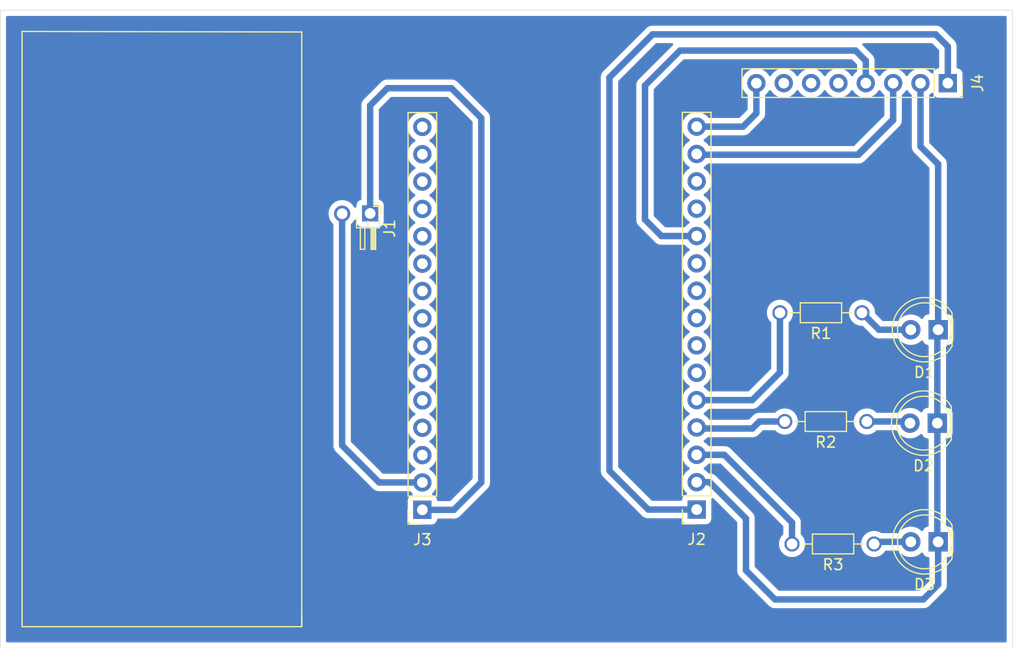
<source format=kicad_pcb>
(kicad_pcb (version 20171130) (host pcbnew 5.1.6-c6e7f7d~87~ubuntu20.04.1)

  (general
    (thickness 1.6)
    (drawings 15)
    (tracks 66)
    (zones 0)
    (modules 10)
    (nets 36)
  )

  (page A4)
  (layers
    (0 F.Cu signal)
    (31 B.Cu signal)
    (32 B.Adhes user)
    (33 F.Adhes user)
    (34 B.Paste user)
    (35 F.Paste user)
    (36 B.SilkS user)
    (37 F.SilkS user)
    (38 B.Mask user)
    (39 F.Mask user)
    (40 Dwgs.User user)
    (41 Cmts.User user)
    (42 Eco1.User user)
    (43 Eco2.User user)
    (44 Edge.Cuts user)
    (45 Margin user)
    (46 B.CrtYd user)
    (47 F.CrtYd user)
    (48 B.Fab user)
    (49 F.Fab user)
  )

  (setup
    (last_trace_width 0.6)
    (trace_clearance 0.4)
    (zone_clearance 0.508)
    (zone_45_only no)
    (trace_min 0.2)
    (via_size 2)
    (via_drill 1)
    (via_min_size 0.4)
    (via_min_drill 0.3)
    (uvia_size 0.3)
    (uvia_drill 0.1)
    (uvias_allowed no)
    (uvia_min_size 0.2)
    (uvia_min_drill 0.1)
    (edge_width 0.05)
    (segment_width 0.2)
    (pcb_text_width 0.3)
    (pcb_text_size 1.5 1.5)
    (mod_edge_width 0.12)
    (mod_text_size 1 1)
    (mod_text_width 0.15)
    (pad_size 1.8 1.8)
    (pad_drill 1)
    (pad_to_mask_clearance 0.05)
    (aux_axis_origin 0 0)
    (visible_elements FFFFF77F)
    (pcbplotparams
      (layerselection 0x010fc_ffffffff)
      (usegerberextensions false)
      (usegerberattributes true)
      (usegerberadvancedattributes true)
      (creategerberjobfile true)
      (excludeedgelayer true)
      (linewidth 0.100000)
      (plotframeref false)
      (viasonmask false)
      (mode 1)
      (useauxorigin false)
      (hpglpennumber 1)
      (hpglpenspeed 20)
      (hpglpendiameter 15.000000)
      (psnegative false)
      (psa4output false)
      (plotreference true)
      (plotvalue true)
      (plotinvisibletext false)
      (padsonsilk false)
      (subtractmaskfromsilk false)
      (outputformat 1)
      (mirror false)
      (drillshape 0)
      (scaleselection 1)
      (outputdirectory "/home/trs/Gait_Project/GaitCircuitDesign/GaitPCB/GaitPCBGerber/"))
  )

  (net 0 "")
  (net 1 "Net-(D1-Pad2)")
  (net 2 "Net-(D2-Pad2)")
  (net 3 "Net-(D3-Pad2)")
  (net 4 VDD)
  (net 5 GND)
  (net 6 "Net-(J2-Pad3)")
  (net 7 "Net-(J2-Pad5)")
  (net 8 "Net-(J2-Pad6)")
  (net 9 "Net-(J2-Pad7)")
  (net 10 "Net-(J2-Pad8)")
  (net 11 "Net-(J2-Pad9)")
  (net 12 "Net-(J2-Pad10)")
  (net 13 "Net-(J2-Pad11)")
  (net 14 "Net-(J2-Pad12)")
  (net 15 "Net-(J2-Pad13)")
  (net 16 "Net-(J2-Pad14)")
  (net 17 "Net-(J2-Pad15)")
  (net 18 "Net-(J2-Pad4)")
  (net 19 "Net-(J3-Pad3)")
  (net 20 "Net-(J3-Pad5)")
  (net 21 "Net-(J3-Pad6)")
  (net 22 "Net-(J3-Pad7)")
  (net 23 "Net-(J3-Pad8)")
  (net 24 "Net-(J3-Pad9)")
  (net 25 "Net-(J3-Pad10)")
  (net 26 "Net-(J3-Pad11)")
  (net 27 "Net-(J3-Pad13)")
  (net 28 "Net-(J3-Pad14)")
  (net 29 "Net-(J3-Pad15)")
  (net 30 +3V3)
  (net 31 "Net-(J3-Pad4)")
  (net 32 "Net-(J3-Pad12)")
  (net 33 "Net-(J4-Pad5)")
  (net 34 "Net-(J4-Pad6)")
  (net 35 "Net-(J4-Pad7)")

  (net_class Default "This is the default net class."
    (clearance 0.4)
    (trace_width 0.6)
    (via_dia 2)
    (via_drill 1)
    (uvia_dia 0.3)
    (uvia_drill 0.1)
    (add_net +3V3)
    (add_net GND)
    (add_net "Net-(D1-Pad2)")
    (add_net "Net-(D2-Pad2)")
    (add_net "Net-(D3-Pad2)")
    (add_net "Net-(J2-Pad10)")
    (add_net "Net-(J2-Pad11)")
    (add_net "Net-(J2-Pad12)")
    (add_net "Net-(J2-Pad13)")
    (add_net "Net-(J2-Pad14)")
    (add_net "Net-(J2-Pad15)")
    (add_net "Net-(J2-Pad3)")
    (add_net "Net-(J2-Pad4)")
    (add_net "Net-(J2-Pad5)")
    (add_net "Net-(J2-Pad6)")
    (add_net "Net-(J2-Pad7)")
    (add_net "Net-(J2-Pad8)")
    (add_net "Net-(J2-Pad9)")
    (add_net "Net-(J3-Pad10)")
    (add_net "Net-(J3-Pad11)")
    (add_net "Net-(J3-Pad12)")
    (add_net "Net-(J3-Pad13)")
    (add_net "Net-(J3-Pad14)")
    (add_net "Net-(J3-Pad15)")
    (add_net "Net-(J3-Pad3)")
    (add_net "Net-(J3-Pad4)")
    (add_net "Net-(J3-Pad5)")
    (add_net "Net-(J3-Pad6)")
    (add_net "Net-(J3-Pad7)")
    (add_net "Net-(J3-Pad8)")
    (add_net "Net-(J3-Pad9)")
    (add_net "Net-(J4-Pad5)")
    (add_net "Net-(J4-Pad6)")
    (add_net "Net-(J4-Pad7)")
    (add_net VDD)
  )

  (net_class Power ""
    (clearance 0.4)
    (trace_width 0.35)
    (via_dia 2)
    (via_drill 1)
    (uvia_dia 0.3)
    (uvia_drill 0.1)
  )

  (module Connector_PinSocket_2.54mm:PinSocket_1x15_P2.54mm_Vertical (layer F.Cu) (tedit 5A19A41D) (tstamp 5F1EDE94)
    (at 117.45 79.4 180)
    (descr "Through hole straight socket strip, 1x15, 2.54mm pitch, single row (from Kicad 4.0.7), script generated")
    (tags "Through hole socket strip THT 1x15 2.54mm single row")
    (path /5F1E819B)
    (fp_text reference J3 (at 0 -2.77) (layer F.SilkS)
      (effects (font (size 1 1) (thickness 0.15)))
    )
    (fp_text value Conn_01x15_Female (at 3 5.75 90) (layer F.Fab)
      (effects (font (size 1 1) (thickness 0.15)))
    )
    (fp_line (start -1.27 -1.27) (end 0.635 -1.27) (layer F.Fab) (width 0.1))
    (fp_line (start 0.635 -1.27) (end 1.27 -0.635) (layer F.Fab) (width 0.1))
    (fp_line (start 1.27 -0.635) (end 1.27 36.83) (layer F.Fab) (width 0.1))
    (fp_line (start 1.27 36.83) (end -1.27 36.83) (layer F.Fab) (width 0.1))
    (fp_line (start -1.27 36.83) (end -1.27 -1.27) (layer F.Fab) (width 0.1))
    (fp_line (start -1.33 1.27) (end 1.33 1.27) (layer F.SilkS) (width 0.12))
    (fp_line (start -1.33 1.27) (end -1.33 36.89) (layer F.SilkS) (width 0.12))
    (fp_line (start -1.33 36.89) (end 1.33 36.89) (layer F.SilkS) (width 0.12))
    (fp_line (start 1.33 1.27) (end 1.33 36.89) (layer F.SilkS) (width 0.12))
    (fp_line (start 1.33 -1.33) (end 1.33 0) (layer F.SilkS) (width 0.12))
    (fp_line (start 0 -1.33) (end 1.33 -1.33) (layer F.SilkS) (width 0.12))
    (fp_line (start -1.8 -1.8) (end 1.75 -1.8) (layer F.CrtYd) (width 0.05))
    (fp_line (start 1.75 -1.8) (end 1.75 37.3) (layer F.CrtYd) (width 0.05))
    (fp_line (start 1.75 37.3) (end -1.8 37.3) (layer F.CrtYd) (width 0.05))
    (fp_line (start -1.8 37.3) (end -1.8 -1.8) (layer F.CrtYd) (width 0.05))
    (fp_text user %R (at 0 17.78 90) (layer F.Fab)
      (effects (font (size 1 1) (thickness 0.15)))
    )
    (pad 15 thru_hole oval (at 0 35.56 180) (size 1.7 1.7) (drill 1) (layers *.Cu *.Mask)
      (net 29 "Net-(J3-Pad15)"))
    (pad 14 thru_hole oval (at 0 33.02 180) (size 1.7 1.7) (drill 1) (layers *.Cu *.Mask)
      (net 28 "Net-(J3-Pad14)"))
    (pad 13 thru_hole oval (at 0 30.48 180) (size 1.7 1.7) (drill 1) (layers *.Cu *.Mask)
      (net 27 "Net-(J3-Pad13)"))
    (pad 12 thru_hole oval (at 0 27.94 180) (size 1.7 1.7) (drill 1) (layers *.Cu *.Mask)
      (net 32 "Net-(J3-Pad12)"))
    (pad 11 thru_hole oval (at 0 25.4 180) (size 1.7 1.7) (drill 1) (layers *.Cu *.Mask)
      (net 26 "Net-(J3-Pad11)"))
    (pad 10 thru_hole oval (at 0 22.86 180) (size 1.7 1.7) (drill 1) (layers *.Cu *.Mask)
      (net 25 "Net-(J3-Pad10)"))
    (pad 9 thru_hole oval (at 0 20.32 180) (size 1.7 1.7) (drill 1) (layers *.Cu *.Mask)
      (net 24 "Net-(J3-Pad9)"))
    (pad 8 thru_hole oval (at 0 17.78 180) (size 1.7 1.7) (drill 1) (layers *.Cu *.Mask)
      (net 23 "Net-(J3-Pad8)"))
    (pad 7 thru_hole oval (at 0 15.24 180) (size 1.7 1.7) (drill 1) (layers *.Cu *.Mask)
      (net 22 "Net-(J3-Pad7)"))
    (pad 6 thru_hole oval (at 0 12.7 180) (size 1.7 1.7) (drill 1) (layers *.Cu *.Mask)
      (net 21 "Net-(J3-Pad6)"))
    (pad 5 thru_hole oval (at 0 10.16 180) (size 1.7 1.7) (drill 1) (layers *.Cu *.Mask)
      (net 20 "Net-(J3-Pad5)"))
    (pad 4 thru_hole oval (at 0 7.62 180) (size 1.7 1.7) (drill 1) (layers *.Cu *.Mask)
      (net 31 "Net-(J3-Pad4)"))
    (pad 3 thru_hole oval (at 0 5.08 180) (size 1.7 1.7) (drill 1) (layers *.Cu *.Mask)
      (net 19 "Net-(J3-Pad3)"))
    (pad 2 thru_hole oval (at 0 2.54 180) (size 1.7 1.7) (drill 1) (layers *.Cu *.Mask)
      (net 5 GND))
    (pad 1 thru_hole rect (at 0 0 180) (size 1.7 1.7) (drill 1) (layers *.Cu *.Mask)
      (net 4 VDD))
    (model ${KISYS3DMOD}/Connector_PinSocket_2.54mm.3dshapes/PinSocket_1x15_P2.54mm_Vertical.wrl
      (at (xyz 0 0 0))
      (scale (xyz 1 1 1))
      (rotate (xyz 0 0 0))
    )
  )

  (module Connector_PinSocket_2.54mm:PinSocket_1x15_P2.54mm_Vertical (layer F.Cu) (tedit 5A19A41D) (tstamp 5F1EDE2E)
    (at 142.925 79.375 180)
    (descr "Through hole straight socket strip, 1x15, 2.54mm pitch, single row (from Kicad 4.0.7), script generated")
    (tags "Through hole socket strip THT 1x15 2.54mm single row")
    (path /5F1E59ED)
    (fp_text reference J2 (at 0 -2.77) (layer F.SilkS)
      (effects (font (size 1 1) (thickness 0.15)))
    )
    (fp_text value Conn_01x15_Female_MPU (at 3 7.75 90) (layer F.Fab)
      (effects (font (size 1 1) (thickness 0.15)))
    )
    (fp_line (start -1.8 37.3) (end -1.8 -1.8) (layer F.CrtYd) (width 0.05))
    (fp_line (start 1.75 37.3) (end -1.8 37.3) (layer F.CrtYd) (width 0.05))
    (fp_line (start 1.75 -1.8) (end 1.75 37.3) (layer F.CrtYd) (width 0.05))
    (fp_line (start -1.8 -1.8) (end 1.75 -1.8) (layer F.CrtYd) (width 0.05))
    (fp_line (start 0 -1.33) (end 1.33 -1.33) (layer F.SilkS) (width 0.12))
    (fp_line (start 1.33 -1.33) (end 1.33 0) (layer F.SilkS) (width 0.12))
    (fp_line (start 1.33 1.27) (end 1.33 36.89) (layer F.SilkS) (width 0.12))
    (fp_line (start -1.33 36.89) (end 1.33 36.89) (layer F.SilkS) (width 0.12))
    (fp_line (start -1.33 1.27) (end -1.33 36.89) (layer F.SilkS) (width 0.12))
    (fp_line (start -1.33 1.27) (end 1.33 1.27) (layer F.SilkS) (width 0.12))
    (fp_line (start -1.27 36.83) (end -1.27 -1.27) (layer F.Fab) (width 0.1))
    (fp_line (start 1.27 36.83) (end -1.27 36.83) (layer F.Fab) (width 0.1))
    (fp_line (start 1.27 -0.635) (end 1.27 36.83) (layer F.Fab) (width 0.1))
    (fp_line (start 0.635 -1.27) (end 1.27 -0.635) (layer F.Fab) (width 0.1))
    (fp_line (start -1.27 -1.27) (end 0.635 -1.27) (layer F.Fab) (width 0.1))
    (fp_text user %R (at 0 17.78 90) (layer F.Fab)
      (effects (font (size 1 1) (thickness 0.15)))
    )
    (pad 1 thru_hole rect (at 0 0 180) (size 1.7 1.7) (drill 1) (layers *.Cu *.Mask)
      (net 30 +3V3))
    (pad 2 thru_hole oval (at 0 2.54 180) (size 1.7 1.7) (drill 1) (layers *.Cu *.Mask)
      (net 5 GND))
    (pad 3 thru_hole oval (at 0 5.08 180) (size 1.7 1.7) (drill 1) (layers *.Cu *.Mask)
      (net 6 "Net-(J2-Pad3)"))
    (pad 4 thru_hole oval (at 0 7.62 180) (size 1.7 1.7) (drill 1) (layers *.Cu *.Mask)
      (net 18 "Net-(J2-Pad4)"))
    (pad 5 thru_hole oval (at 0 10.16 180) (size 1.7 1.7) (drill 1) (layers *.Cu *.Mask)
      (net 7 "Net-(J2-Pad5)"))
    (pad 6 thru_hole oval (at 0 12.7 180) (size 1.7 1.7) (drill 1) (layers *.Cu *.Mask)
      (net 8 "Net-(J2-Pad6)"))
    (pad 7 thru_hole oval (at 0 15.24 180) (size 1.7 1.7) (drill 1) (layers *.Cu *.Mask)
      (net 9 "Net-(J2-Pad7)"))
    (pad 8 thru_hole oval (at 0 17.78 180) (size 1.7 1.7) (drill 1) (layers *.Cu *.Mask)
      (net 10 "Net-(J2-Pad8)"))
    (pad 9 thru_hole oval (at 0 20.32 180) (size 1.7 1.7) (drill 1) (layers *.Cu *.Mask)
      (net 11 "Net-(J2-Pad9)"))
    (pad 10 thru_hole oval (at 0 22.86 180) (size 1.7 1.7) (drill 1) (layers *.Cu *.Mask)
      (net 12 "Net-(J2-Pad10)"))
    (pad 11 thru_hole oval (at 0 25.4 180) (size 1.7 1.7) (drill 1) (layers *.Cu *.Mask)
      (net 13 "Net-(J2-Pad11)"))
    (pad 12 thru_hole oval (at 0 27.94 180) (size 1.7 1.7) (drill 1) (layers *.Cu *.Mask)
      (net 14 "Net-(J2-Pad12)"))
    (pad 13 thru_hole oval (at 0 30.48 180) (size 1.7 1.7) (drill 1) (layers *.Cu *.Mask)
      (net 15 "Net-(J2-Pad13)"))
    (pad 14 thru_hole oval (at 0 33.02 180) (size 1.7 1.7) (drill 1) (layers *.Cu *.Mask)
      (net 16 "Net-(J2-Pad14)"))
    (pad 15 thru_hole oval (at 0 35.56 180) (size 1.7 1.7) (drill 1) (layers *.Cu *.Mask)
      (net 17 "Net-(J2-Pad15)"))
    (model ${KISYS3DMOD}/Connector_PinSocket_2.54mm.3dshapes/PinSocket_1x15_P2.54mm_Vertical.wrl
      (at (xyz 0 0 0))
      (scale (xyz 1 1 1))
      (rotate (xyz 0 0 0))
    )
  )

  (module LED_THT:LED_D5.0mm (layer F.Cu) (tedit 5F272457) (tstamp 5F1EDB24)
    (at 165.35 62.675 180)
    (descr "LED, diameter 5.0mm, 2 pins, http://cdn-reichelt.de/documents/datenblatt/A500/LL-504BC2E-009.pdf")
    (tags "LED diameter 5.0mm 2 pins")
    (path /5F1BC301)
    (fp_text reference D1 (at 1.27 -3.96) (layer F.SilkS)
      (effects (font (size 1 1) (thickness 0.15)))
    )
    (fp_text value LED (at 1.27 3.96) (layer F.Fab)
      (effects (font (size 1 1) (thickness 0.15)))
    )
    (fp_line (start 4.5 -3.25) (end -1.95 -3.25) (layer F.CrtYd) (width 0.05))
    (fp_line (start 4.5 3.25) (end 4.5 -3.25) (layer F.CrtYd) (width 0.05))
    (fp_line (start -1.95 3.25) (end 4.5 3.25) (layer F.CrtYd) (width 0.05))
    (fp_line (start -1.95 -3.25) (end -1.95 3.25) (layer F.CrtYd) (width 0.05))
    (fp_line (start -1.29 -1.545) (end -1.29 1.545) (layer F.SilkS) (width 0.12))
    (fp_line (start -1.23 -1.469694) (end -1.23 1.469694) (layer F.Fab) (width 0.1))
    (fp_circle (center 1.27 0) (end 3.77 0) (layer F.SilkS) (width 0.12))
    (fp_circle (center 1.27 0) (end 3.77 0) (layer F.Fab) (width 0.1))
    (fp_arc (start 1.27 0) (end -1.23 -1.469694) (angle 299.1) (layer F.Fab) (width 0.1))
    (fp_arc (start 1.27 0) (end -1.29 -1.54483) (angle 148.9) (layer F.SilkS) (width 0.12))
    (fp_arc (start 1.27 0) (end -1.29 1.54483) (angle -148.9) (layer F.SilkS) (width 0.12))
    (fp_text user %R (at 1.25 0) (layer F.Fab)
      (effects (font (size 0.8 0.8) (thickness 0.2)))
    )
    (pad 1 thru_hole rect (at 0 0 180) (size 1.8 1.8) (drill 1) (layers *.Cu *.Mask)
      (net 5 GND))
    (pad 2 thru_hole circle (at 2.54 0 180) (size 1.8 1.8) (drill 1) (layers *.Cu *.Mask)
      (net 1 "Net-(D1-Pad2)"))
    (model ${KISYS3DMOD}/LED_THT.3dshapes/LED_D5.0mm.wrl
      (at (xyz 0 0 0))
      (scale (xyz 1 1 1))
      (rotate (xyz 0 0 0))
    )
  )

  (module LED_THT:LED_D5.0mm (layer F.Cu) (tedit 5F2724A4) (tstamp 5F1EEFD1)
    (at 165.275 71.35 180)
    (descr "LED, diameter 5.0mm, 2 pins, http://cdn-reichelt.de/documents/datenblatt/A500/LL-504BC2E-009.pdf")
    (tags "LED diameter 5.0mm 2 pins")
    (path /5F1BBDAB)
    (fp_text reference D2 (at 1.27 -3.96) (layer F.SilkS)
      (effects (font (size 1 1) (thickness 0.15)))
    )
    (fp_text value LED (at 1.27 3.96) (layer F.Fab)
      (effects (font (size 1 1) (thickness 0.15)))
    )
    (fp_line (start 4.5 -3.25) (end -1.95 -3.25) (layer F.CrtYd) (width 0.05))
    (fp_line (start 4.5 3.25) (end 4.5 -3.25) (layer F.CrtYd) (width 0.05))
    (fp_line (start -1.95 3.25) (end 4.5 3.25) (layer F.CrtYd) (width 0.05))
    (fp_line (start -1.95 -3.25) (end -1.95 3.25) (layer F.CrtYd) (width 0.05))
    (fp_line (start -1.29 -1.545) (end -1.29 1.545) (layer F.SilkS) (width 0.12))
    (fp_line (start -1.23 -1.469694) (end -1.23 1.469694) (layer F.Fab) (width 0.1))
    (fp_circle (center 1.27 0) (end 3.77 0) (layer F.SilkS) (width 0.12))
    (fp_circle (center 1.27 0) (end 3.77 0) (layer F.Fab) (width 0.1))
    (fp_arc (start 1.27 0) (end -1.23 -1.469694) (angle 299.1) (layer F.Fab) (width 0.1))
    (fp_arc (start 1.27 0) (end -1.29 -1.54483) (angle 148.9) (layer F.SilkS) (width 0.12))
    (fp_arc (start 1.27 0) (end -1.29 1.54483) (angle -148.9) (layer F.SilkS) (width 0.12))
    (fp_text user %R (at 1.25 0) (layer F.Fab)
      (effects (font (size 0.8 0.8) (thickness 0.2)))
    )
    (pad 1 thru_hole rect (at 0 0 180) (size 1.8 1.8) (drill 1) (layers *.Cu *.Mask)
      (net 5 GND))
    (pad 2 thru_hole circle (at 2.54 0 180) (size 1.8 1.8) (drill 1) (layers *.Cu *.Mask)
      (net 2 "Net-(D2-Pad2)"))
    (model ${KISYS3DMOD}/LED_THT.3dshapes/LED_D5.0mm.wrl
      (at (xyz 0 0 0))
      (scale (xyz 1 1 1))
      (rotate (xyz 0 0 0))
    )
  )

  (module LED_THT:LED_D5.0mm (layer F.Cu) (tedit 5F2724A7) (tstamp 5F1EEC12)
    (at 165.35 82.375 180)
    (descr "LED, diameter 5.0mm, 2 pins, http://cdn-reichelt.de/documents/datenblatt/A500/LL-504BC2E-009.pdf")
    (tags "LED diameter 5.0mm 2 pins")
    (path /5F1BA6DF)
    (fp_text reference D3 (at 1.27 -3.96) (layer F.SilkS)
      (effects (font (size 1 1) (thickness 0.15)))
    )
    (fp_text value LED (at 1.27 3.96) (layer F.Fab)
      (effects (font (size 1 1) (thickness 0.15)))
    )
    (fp_line (start 4.5 -3.25) (end -1.95 -3.25) (layer F.CrtYd) (width 0.05))
    (fp_line (start 4.5 3.25) (end 4.5 -3.25) (layer F.CrtYd) (width 0.05))
    (fp_line (start -1.95 3.25) (end 4.5 3.25) (layer F.CrtYd) (width 0.05))
    (fp_line (start -1.95 -3.25) (end -1.95 3.25) (layer F.CrtYd) (width 0.05))
    (fp_line (start -1.29 -1.545) (end -1.29 1.545) (layer F.SilkS) (width 0.12))
    (fp_line (start -1.23 -1.469694) (end -1.23 1.469694) (layer F.Fab) (width 0.1))
    (fp_circle (center 1.27 0) (end 3.77 0) (layer F.SilkS) (width 0.12))
    (fp_circle (center 1.27 0) (end 3.77 0) (layer F.Fab) (width 0.1))
    (fp_arc (start 1.27 0) (end -1.23 -1.469694) (angle 299.1) (layer F.Fab) (width 0.1))
    (fp_arc (start 1.27 0) (end -1.29 -1.54483) (angle 148.9) (layer F.SilkS) (width 0.12))
    (fp_arc (start 1.27 0) (end -1.29 1.54483) (angle -148.9) (layer F.SilkS) (width 0.12))
    (fp_text user %R (at 1.25 0 90) (layer F.Fab)
      (effects (font (size 0.8 0.8) (thickness 0.2)))
    )
    (pad 1 thru_hole rect (at 0 0 180) (size 1.8 1.8) (drill 1) (layers *.Cu *.Mask)
      (net 5 GND))
    (pad 2 thru_hole circle (at 2.54 0 180) (size 1.8 1.8) (drill 1) (layers *.Cu *.Mask)
      (net 3 "Net-(D3-Pad2)"))
    (model ${KISYS3DMOD}/LED_THT.3dshapes/LED_D5.0mm.wrl
      (at (xyz 0 0 0))
      (scale (xyz 1 1 1))
      (rotate (xyz 0 0 0))
    )
  )

  (module Resistor_THT:R_Axial_DIN0204_L3.6mm_D1.6mm_P7.62mm_Horizontal (layer F.Cu) (tedit 5F27244A) (tstamp 5F2057F7)
    (at 158.275 61.1 180)
    (descr "Resistor, Axial_DIN0204 series, Axial, Horizontal, pin pitch=7.62mm, 0.167W, length*diameter=3.6*1.6mm^2, http://cdn-reichelt.de/documents/datenblatt/B400/1_4W%23YAG.pdf")
    (tags "Resistor Axial_DIN0204 series Axial Horizontal pin pitch 7.62mm 0.167W length 3.6mm diameter 1.6mm")
    (path /5F1F229B)
    (fp_text reference R1 (at 3.81 -1.92) (layer F.SilkS)
      (effects (font (size 1 1) (thickness 0.15)))
    )
    (fp_text value R (at 3.81 1.92) (layer F.Fab)
      (effects (font (size 1 1) (thickness 0.15)))
    )
    (fp_line (start 8.57 -1.05) (end -0.95 -1.05) (layer F.CrtYd) (width 0.05))
    (fp_line (start 8.57 1.05) (end 8.57 -1.05) (layer F.CrtYd) (width 0.05))
    (fp_line (start -0.95 1.05) (end 8.57 1.05) (layer F.CrtYd) (width 0.05))
    (fp_line (start -0.95 -1.05) (end -0.95 1.05) (layer F.CrtYd) (width 0.05))
    (fp_line (start 6.68 0) (end 5.73 0) (layer F.SilkS) (width 0.12))
    (fp_line (start 0.94 0) (end 1.89 0) (layer F.SilkS) (width 0.12))
    (fp_line (start 5.73 -0.92) (end 1.89 -0.92) (layer F.SilkS) (width 0.12))
    (fp_line (start 5.73 0.92) (end 5.73 -0.92) (layer F.SilkS) (width 0.12))
    (fp_line (start 1.89 0.92) (end 5.73 0.92) (layer F.SilkS) (width 0.12))
    (fp_line (start 1.89 -0.92) (end 1.89 0.92) (layer F.SilkS) (width 0.12))
    (fp_line (start 7.62 0) (end 5.61 0) (layer F.Fab) (width 0.1))
    (fp_line (start 0 0) (end 2.01 0) (layer F.Fab) (width 0.1))
    (fp_line (start 5.61 -0.8) (end 2.01 -0.8) (layer F.Fab) (width 0.1))
    (fp_line (start 5.61 0.8) (end 5.61 -0.8) (layer F.Fab) (width 0.1))
    (fp_line (start 2.01 0.8) (end 5.61 0.8) (layer F.Fab) (width 0.1))
    (fp_line (start 2.01 -0.8) (end 2.01 0.8) (layer F.Fab) (width 0.1))
    (fp_text user %R (at 3.81 0) (layer F.Fab)
      (effects (font (size 0.72 0.72) (thickness 0.108)))
    )
    (pad 1 thru_hole circle (at 0 0 180) (size 1.4 1.4) (drill 1) (layers *.Cu *.Mask)
      (net 1 "Net-(D1-Pad2)"))
    (pad 2 thru_hole oval (at 7.62 0 180) (size 1.4 1.4) (drill 1) (layers *.Cu *.Mask)
      (net 7 "Net-(J2-Pad5)"))
    (model ${KISYS3DMOD}/Resistor_THT.3dshapes/R_Axial_DIN0204_L3.6mm_D1.6mm_P7.62mm_Horizontal.wrl
      (at (xyz 0 0 0))
      (scale (xyz 1 1 1))
      (rotate (xyz 0 0 0))
    )
  )

  (module Resistor_THT:R_Axial_DIN0204_L3.6mm_D1.6mm_P7.62mm_Horizontal (layer F.Cu) (tedit 5F27249F) (tstamp 5F1EDAB4)
    (at 158.725 71.2 180)
    (descr "Resistor, Axial_DIN0204 series, Axial, Horizontal, pin pitch=7.62mm, 0.167W, length*diameter=3.6*1.6mm^2, http://cdn-reichelt.de/documents/datenblatt/B400/1_4W%23YAG.pdf")
    (tags "Resistor Axial_DIN0204 series Axial Horizontal pin pitch 7.62mm 0.167W length 3.6mm diameter 1.6mm")
    (path /5F1F2FB6)
    (fp_text reference R2 (at 3.81 -1.92) (layer F.SilkS)
      (effects (font (size 1 1) (thickness 0.15)))
    )
    (fp_text value R (at 3.81 1.92) (layer F.Fab)
      (effects (font (size 1 1) (thickness 0.15)))
    )
    (fp_line (start 2.01 -0.8) (end 2.01 0.8) (layer F.Fab) (width 0.1))
    (fp_line (start 2.01 0.8) (end 5.61 0.8) (layer F.Fab) (width 0.1))
    (fp_line (start 5.61 0.8) (end 5.61 -0.8) (layer F.Fab) (width 0.1))
    (fp_line (start 5.61 -0.8) (end 2.01 -0.8) (layer F.Fab) (width 0.1))
    (fp_line (start 0 0) (end 2.01 0) (layer F.Fab) (width 0.1))
    (fp_line (start 7.62 0) (end 5.61 0) (layer F.Fab) (width 0.1))
    (fp_line (start 1.89 -0.92) (end 1.89 0.92) (layer F.SilkS) (width 0.12))
    (fp_line (start 1.89 0.92) (end 5.73 0.92) (layer F.SilkS) (width 0.12))
    (fp_line (start 5.73 0.92) (end 5.73 -0.92) (layer F.SilkS) (width 0.12))
    (fp_line (start 5.73 -0.92) (end 1.89 -0.92) (layer F.SilkS) (width 0.12))
    (fp_line (start 0.94 0) (end 1.89 0) (layer F.SilkS) (width 0.12))
    (fp_line (start 6.68 0) (end 5.73 0) (layer F.SilkS) (width 0.12))
    (fp_line (start -0.95 -1.05) (end -0.95 1.05) (layer F.CrtYd) (width 0.05))
    (fp_line (start -0.95 1.05) (end 8.57 1.05) (layer F.CrtYd) (width 0.05))
    (fp_line (start 8.57 1.05) (end 8.57 -1.05) (layer F.CrtYd) (width 0.05))
    (fp_line (start 8.57 -1.05) (end -0.95 -1.05) (layer F.CrtYd) (width 0.05))
    (fp_text user %R (at 3.81 0) (layer F.Fab)
      (effects (font (size 0.72 0.72) (thickness 0.108)))
    )
    (pad 2 thru_hole oval (at 7.62 0 180) (size 1.4 1.4) (drill 1) (layers *.Cu *.Mask)
      (net 18 "Net-(J2-Pad4)"))
    (pad 1 thru_hole circle (at 0 0 180) (size 1.4 1.4) (drill 1) (layers *.Cu *.Mask)
      (net 2 "Net-(D2-Pad2)"))
    (model ${KISYS3DMOD}/Resistor_THT.3dshapes/R_Axial_DIN0204_L3.6mm_D1.6mm_P7.62mm_Horizontal.wrl
      (at (xyz 0 0 0))
      (scale (xyz 1 1 1))
      (rotate (xyz 0 0 0))
    )
  )

  (module Resistor_THT:R_Axial_DIN0204_L3.6mm_D1.6mm_P7.62mm_Horizontal (layer F.Cu) (tedit 5F272497) (tstamp 5F1E6BF7)
    (at 159.4 82.575 180)
    (descr "Resistor, Axial_DIN0204 series, Axial, Horizontal, pin pitch=7.62mm, 0.167W, length*diameter=3.6*1.6mm^2, http://cdn-reichelt.de/documents/datenblatt/B400/1_4W%23YAG.pdf")
    (tags "Resistor Axial_DIN0204 series Axial Horizontal pin pitch 7.62mm 0.167W length 3.6mm diameter 1.6mm")
    (path /5F1F330B)
    (fp_text reference R3 (at 3.81 -1.92) (layer F.SilkS)
      (effects (font (size 1 1) (thickness 0.15)))
    )
    (fp_text value R (at 3.81 1.92) (layer F.Fab)
      (effects (font (size 1 1) (thickness 0.15)))
    )
    (fp_line (start 8.57 -1.05) (end -0.95 -1.05) (layer F.CrtYd) (width 0.05))
    (fp_line (start 8.57 1.05) (end 8.57 -1.05) (layer F.CrtYd) (width 0.05))
    (fp_line (start -0.95 1.05) (end 8.57 1.05) (layer F.CrtYd) (width 0.05))
    (fp_line (start -0.95 -1.05) (end -0.95 1.05) (layer F.CrtYd) (width 0.05))
    (fp_line (start 6.68 0) (end 5.73 0) (layer F.SilkS) (width 0.12))
    (fp_line (start 0.94 0) (end 1.89 0) (layer F.SilkS) (width 0.12))
    (fp_line (start 5.73 -0.92) (end 1.89 -0.92) (layer F.SilkS) (width 0.12))
    (fp_line (start 5.73 0.92) (end 5.73 -0.92) (layer F.SilkS) (width 0.12))
    (fp_line (start 1.89 0.92) (end 5.73 0.92) (layer F.SilkS) (width 0.12))
    (fp_line (start 1.89 -0.92) (end 1.89 0.92) (layer F.SilkS) (width 0.12))
    (fp_line (start 7.62 0) (end 5.61 0) (layer F.Fab) (width 0.1))
    (fp_line (start 0 0) (end 2.01 0) (layer F.Fab) (width 0.1))
    (fp_line (start 5.61 -0.8) (end 2.01 -0.8) (layer F.Fab) (width 0.1))
    (fp_line (start 5.61 0.8) (end 5.61 -0.8) (layer F.Fab) (width 0.1))
    (fp_line (start 2.01 0.8) (end 5.61 0.8) (layer F.Fab) (width 0.1))
    (fp_line (start 2.01 -0.8) (end 2.01 0.8) (layer F.Fab) (width 0.1))
    (fp_text user %R (at 3.81 0 90) (layer F.Fab)
      (effects (font (size 0.72 0.72) (thickness 0.108)))
    )
    (pad 1 thru_hole circle (at 0 0 180) (size 1.4 1.4) (drill 1) (layers *.Cu *.Mask)
      (net 3 "Net-(D3-Pad2)"))
    (pad 2 thru_hole oval (at 7.62 0 180) (size 1.4 1.4) (drill 1) (layers *.Cu *.Mask)
      (net 6 "Net-(J2-Pad3)"))
    (model ${KISYS3DMOD}/Resistor_THT.3dshapes/R_Axial_DIN0204_L3.6mm_D1.6mm_P7.62mm_Horizontal.wrl
      (at (xyz 0 0 0))
      (scale (xyz 1 1 1))
      (rotate (xyz 0 0 0))
    )
  )

  (module Connector_PinSocket_2.54mm:PinSocket_1x08_P2.54mm_Vertical (layer F.Cu) (tedit 5A19A420) (tstamp 5F2069BC)
    (at 166.25 39.775 270)
    (descr "Through hole straight socket strip, 1x08, 2.54mm pitch, single row (from Kicad 4.0.7), script generated")
    (tags "Through hole socket strip THT 1x08 2.54mm single row")
    (path /5F271242)
    (fp_text reference J4 (at 0 -2.77 90) (layer F.SilkS)
      (effects (font (size 1 1) (thickness 0.15)))
    )
    (fp_text value Conn_01x08_Female (at 0 20.55 90) (layer F.Fab)
      (effects (font (size 1 1) (thickness 0.15)))
    )
    (fp_line (start -1.8 19.55) (end -1.8 -1.8) (layer F.CrtYd) (width 0.05))
    (fp_line (start 1.75 19.55) (end -1.8 19.55) (layer F.CrtYd) (width 0.05))
    (fp_line (start 1.75 -1.8) (end 1.75 19.55) (layer F.CrtYd) (width 0.05))
    (fp_line (start -1.8 -1.8) (end 1.75 -1.8) (layer F.CrtYd) (width 0.05))
    (fp_line (start 0 -1.33) (end 1.33 -1.33) (layer F.SilkS) (width 0.12))
    (fp_line (start 1.33 -1.33) (end 1.33 0) (layer F.SilkS) (width 0.12))
    (fp_line (start 1.33 1.27) (end 1.33 19.11) (layer F.SilkS) (width 0.12))
    (fp_line (start -1.33 19.11) (end 1.33 19.11) (layer F.SilkS) (width 0.12))
    (fp_line (start -1.33 1.27) (end -1.33 19.11) (layer F.SilkS) (width 0.12))
    (fp_line (start -1.33 1.27) (end 1.33 1.27) (layer F.SilkS) (width 0.12))
    (fp_line (start -1.27 19.05) (end -1.27 -1.27) (layer F.Fab) (width 0.1))
    (fp_line (start 1.27 19.05) (end -1.27 19.05) (layer F.Fab) (width 0.1))
    (fp_line (start 1.27 -0.635) (end 1.27 19.05) (layer F.Fab) (width 0.1))
    (fp_line (start 0.635 -1.27) (end 1.27 -0.635) (layer F.Fab) (width 0.1))
    (fp_line (start -1.27 -1.27) (end 0.635 -1.27) (layer F.Fab) (width 0.1))
    (fp_text user %R (at 0 8.89) (layer F.Fab)
      (effects (font (size 1 1) (thickness 0.15)))
    )
    (pad 1 thru_hole rect (at 0 0 270) (size 1.7 1.7) (drill 1) (layers *.Cu *.Mask)
      (net 30 +3V3))
    (pad 2 thru_hole oval (at 0 2.54 270) (size 1.7 1.7) (drill 1) (layers *.Cu *.Mask)
      (net 5 GND))
    (pad 3 thru_hole oval (at 0 5.08 270) (size 1.7 1.7) (drill 1) (layers *.Cu *.Mask)
      (net 16 "Net-(J2-Pad14)"))
    (pad 4 thru_hole oval (at 0 7.62 270) (size 1.7 1.7) (drill 1) (layers *.Cu *.Mask)
      (net 13 "Net-(J2-Pad11)"))
    (pad 5 thru_hole oval (at 0 10.16 270) (size 1.7 1.7) (drill 1) (layers *.Cu *.Mask)
      (net 33 "Net-(J4-Pad5)"))
    (pad 6 thru_hole oval (at 0 12.7 270) (size 1.7 1.7) (drill 1) (layers *.Cu *.Mask)
      (net 34 "Net-(J4-Pad6)"))
    (pad 7 thru_hole oval (at 0 15.24 270) (size 1.7 1.7) (drill 1) (layers *.Cu *.Mask)
      (net 35 "Net-(J4-Pad7)"))
    (pad 8 thru_hole oval (at 0 17.78 270) (size 1.7 1.7) (drill 1) (layers *.Cu *.Mask)
      (net 17 "Net-(J2-Pad15)"))
    (model ${KISYS3DMOD}/Connector_PinSocket_2.54mm.3dshapes/PinSocket_1x08_P2.54mm_Vertical.wrl
      (at (xyz 0 0 0))
      (scale (xyz 1 1 1))
      (rotate (xyz 0 0 0))
    )
  )

  (module Connector_PinHeader_1.00mm:PinHeader_1x02_P1.00mm_Horizontal (layer F.Cu) (tedit 5F272285) (tstamp 5F272D3C)
    (at 112.9 51.9 270)
    (descr "Through hole angled pin header, 1x02, 1.00mm pitch, 2.0mm pin length, single row")
    (tags "Through hole angled pin header THT 1x02 1.00mm single row")
    (path /5F20CEAC)
    (fp_text reference J1 (at 1.375 -1.5 90) (layer F.SilkS)
      (effects (font (size 1 1) (thickness 0.15)))
    )
    (fp_text value Conn_01x02_Male (at 1.375 2.5 90) (layer F.Fab)
      (effects (font (size 1 1) (thickness 0.15)))
    )
    (fp_line (start 0.5 -0.5) (end 1.25 -0.5) (layer F.Fab) (width 0.1))
    (fp_line (start 1.25 -0.5) (end 1.25 1.5) (layer F.Fab) (width 0.1))
    (fp_line (start 1.25 1.5) (end 0.25 1.5) (layer F.Fab) (width 0.1))
    (fp_line (start 0.25 1.5) (end 0.25 -0.25) (layer F.Fab) (width 0.1))
    (fp_line (start 0.25 -0.25) (end 0.5 -0.5) (layer F.Fab) (width 0.1))
    (fp_line (start -0.15 -0.15) (end 0.25 -0.15) (layer F.Fab) (width 0.1))
    (fp_line (start -0.15 -0.15) (end -0.15 0.15) (layer F.Fab) (width 0.1))
    (fp_line (start -0.15 0.15) (end 0.25 0.15) (layer F.Fab) (width 0.1))
    (fp_line (start 1.25 -0.15) (end 3.25 -0.15) (layer F.Fab) (width 0.1))
    (fp_line (start 3.25 -0.15) (end 3.25 0.15) (layer F.Fab) (width 0.1))
    (fp_line (start 1.25 0.15) (end 3.25 0.15) (layer F.Fab) (width 0.1))
    (fp_line (start -0.15 0.85) (end 0.25 0.85) (layer F.Fab) (width 0.1))
    (fp_line (start -0.15 0.85) (end -0.15 1.15) (layer F.Fab) (width 0.1))
    (fp_line (start -0.15 1.15) (end 0.25 1.15) (layer F.Fab) (width 0.1))
    (fp_line (start 1.25 0.85) (end 3.25 0.85) (layer F.Fab) (width 0.1))
    (fp_line (start 3.25 0.85) (end 3.25 1.15) (layer F.Fab) (width 0.1))
    (fp_line (start 1.25 1.15) (end 3.25 1.15) (layer F.Fab) (width 0.1))
    (fp_line (start 0.685 -0.56) (end 1.31 -0.56) (layer F.SilkS) (width 0.12))
    (fp_line (start 1.31 -0.56) (end 1.31 1.56) (layer F.SilkS) (width 0.12))
    (fp_line (start 1.31 1.56) (end 0.394493 1.56) (layer F.SilkS) (width 0.12))
    (fp_line (start 1.31 -0.21) (end 3.31 -0.21) (layer F.SilkS) (width 0.12))
    (fp_line (start 3.31 -0.21) (end 3.31 0.21) (layer F.SilkS) (width 0.12))
    (fp_line (start 3.31 0.21) (end 1.31 0.21) (layer F.SilkS) (width 0.12))
    (fp_line (start 1.31 -0.15) (end 3.31 -0.15) (layer F.SilkS) (width 0.12))
    (fp_line (start 1.31 -0.03) (end 3.31 -0.03) (layer F.SilkS) (width 0.12))
    (fp_line (start 1.31 0.09) (end 3.31 0.09) (layer F.SilkS) (width 0.12))
    (fp_line (start 0.685 0.5) (end 1.31 0.5) (layer F.SilkS) (width 0.12))
    (fp_line (start 1.31 0.79) (end 3.31 0.79) (layer F.SilkS) (width 0.12))
    (fp_line (start 3.31 0.79) (end 3.31 1.21) (layer F.SilkS) (width 0.12))
    (fp_line (start 3.31 1.21) (end 1.31 1.21) (layer F.SilkS) (width 0.12))
    (fp_line (start -0.685 0) (end -0.685 -0.685) (layer F.SilkS) (width 0.12))
    (fp_line (start -0.685 -0.685) (end 0 -0.685) (layer F.SilkS) (width 0.12))
    (fp_line (start -1 -1) (end -1 2) (layer F.CrtYd) (width 0.05))
    (fp_line (start -1 2) (end 3.75 2) (layer F.CrtYd) (width 0.05))
    (fp_line (start 3.75 2) (end 3.75 -1) (layer F.CrtYd) (width 0.05))
    (fp_line (start 3.75 -1) (end -1 -1) (layer F.CrtYd) (width 0.05))
    (fp_text user %R (at 0.75 0.5) (layer F.Fab)
      (effects (font (size 0.6 0.6) (thickness 0.09)))
    )
    (pad 1 thru_hole rect (at -0.025 0.3 270) (size 1.5 1.5) (drill 1) (layers *.Cu *.Mask)
      (net 4 VDD))
    (pad 2 thru_hole oval (at 0 2.9 270) (size 1.5 1.5) (drill 1) (layers *.Cu *.Mask)
      (net 5 GND))
    (model ${KISYS3DMOD}/Connector_PinHeader_1.00mm.3dshapes/PinHeader_1x02_P1.00mm_Horizontal.wrl
      (at (xyz 0 0 0))
      (scale (xyz 1 1 1))
      (rotate (xyz 0 0 0))
    )
  )

  (gr_line (start 173.25 35) (end 83.25 35) (layer Margin) (width 0.15))
  (dimension 25.4 (width 0.15) (layer Dwgs.User)
    (gr_text "25.400 mm" (at 130.149 35.005) (layer Dwgs.User)
      (effects (font (size 1 1) (thickness 0.15)))
    )
    (feature1 (pts (xy 142.849 88.121) (xy 142.849 35.718579)))
    (feature2 (pts (xy 117.449 88.121) (xy 117.449 35.718579)))
    (crossbar (pts (xy 117.449 36.305) (xy 142.849 36.305)))
    (arrow1a (pts (xy 142.849 36.305) (xy 141.722496 36.891421)))
    (arrow1b (pts (xy 142.849 36.305) (xy 141.722496 35.718579)))
    (arrow2a (pts (xy 117.449 36.305) (xy 118.575504 36.891421)))
    (arrow2b (pts (xy 117.449 36.305) (xy 118.575504 35.718579)))
  )
  (gr_line (start 106.25 90.25) (end 106.25 89.2) (layer F.SilkS) (width 0.12))
  (gr_line (start 80.275 90.25) (end 106.25 90.25) (layer F.SilkS) (width 0.12))
  (gr_line (start 80.275 34.975) (end 80.275 90.25) (layer F.SilkS) (width 0.12))
  (gr_line (start 106.25 35.025) (end 80.275 34.975) (layer F.SilkS) (width 0.12))
  (gr_line (start 106.25 90.2) (end 106.25 35.025) (layer F.SilkS) (width 0.12))
  (dimension 26 (width 0.05) (layer B.CrtYd)
    (gr_text "26.000 mm" (at 93.25 33.8) (layer B.CrtYd)
      (effects (font (size 1 1) (thickness 0.15)))
    )
    (feature1 (pts (xy 106.25 90.25) (xy 106.25 34.413579)))
    (feature2 (pts (xy 80.25 90.25) (xy 80.25 34.413579)))
    (crossbar (pts (xy 80.25 35) (xy 106.25 35)))
    (arrow1a (pts (xy 106.25 35) (xy 105.123496 35.586421)))
    (arrow1b (pts (xy 106.25 35) (xy 105.123496 34.413579)))
    (arrow2a (pts (xy 80.25 35) (xy 81.376504 35.586421)))
    (arrow2b (pts (xy 80.25 35) (xy 81.376504 34.413579)))
  )
  (gr_line (start 80.25 35) (end 80.25 90.25) (layer Margin) (width 0.15) (tstamp 5F1EC90F))
  (gr_line (start 170.25 90.25) (end 170.25 35) (layer Margin) (width 0.15))
  (gr_line (start 83.25 90.25) (end 173.25 90.25) (layer Margin) (width 0.15))
  (gr_line (start 78.25 33) (end 78.25 92.25) (layer Edge.Cuts) (width 0.05) (tstamp 5F1EC90B))
  (gr_line (start 172.25 33) (end 78.25 33) (layer Edge.Cuts) (width 0.05))
  (gr_line (start 172.25 92.25) (end 172.25 33) (layer Edge.Cuts) (width 0.05))
  (gr_line (start 78.25 92.25) (end 172.25 92.25) (layer Edge.Cuts) (width 0.05))

  (segment (start 162.81 62.675) (end 159.85 62.675) (width 0.6) (layer B.Cu) (net 1))
  (segment (start 158.275 61.1) (end 159.85 62.675) (width 0.6) (layer B.Cu) (net 1))
  (segment (start 162.585 71.2) (end 162.735 71.35) (width 0.6) (layer B.Cu) (net 2))
  (segment (start 158.725 71.2) (end 162.585 71.2) (width 0.6) (layer B.Cu) (net 2))
  (segment (start 159.6 82.375) (end 159.4 82.575) (width 0.6) (layer B.Cu) (net 3))
  (segment (start 162.81 82.375) (end 159.6 82.375) (width 0.6) (layer B.Cu) (net 3))
  (segment (start 112.6 51.875) (end 112.6 41.85) (width 0.6) (layer B.Cu) (net 4))
  (segment (start 112.6 41.85) (end 114.2 40.25) (width 0.6) (layer B.Cu) (net 4))
  (segment (start 114.2 40.25) (end 120.15 40.25) (width 0.6) (layer B.Cu) (net 4))
  (segment (start 120.15 40.25) (end 122.925 43.025) (width 0.6) (layer B.Cu) (net 4))
  (segment (start 122.925 43.025) (end 122.925 76.85) (width 0.6) (layer B.Cu) (net 4))
  (segment (start 120.375 79.4) (end 117.45 79.4) (width 0.6) (layer B.Cu) (net 4))
  (segment (start 122.925 76.85) (end 120.375 79.4) (width 0.6) (layer B.Cu) (net 4))
  (segment (start 165.275 62.75) (end 165.35 62.675) (width 0.6) (layer B.Cu) (net 5))
  (segment (start 165.275 71.35) (end 165.275 62.75) (width 0.6) (layer B.Cu) (net 5))
  (segment (start 163.71 45.66) (end 165.35 47.3) (width 0.6) (layer B.Cu) (net 5))
  (segment (start 163.71 39.775) (end 163.71 45.66) (width 0.6) (layer B.Cu) (net 5))
  (segment (start 165.35 47.3) (end 165.35 62.675) (width 0.6) (layer B.Cu) (net 5))
  (segment (start 165.275 82.3) (end 165.35 82.375) (width 0.6) (layer B.Cu) (net 5))
  (segment (start 165.275 71.35) (end 165.275 82.3) (width 0.6) (layer B.Cu) (net 5))
  (segment (start 165.35 86.35) (end 163.975 87.725) (width 0.6) (layer B.Cu) (net 5))
  (segment (start 165.35 82.375) (end 165.35 86.35) (width 0.6) (layer B.Cu) (net 5))
  (segment (start 150.2 87.725) (end 147.5 85.025) (width 0.6) (layer B.Cu) (net 5))
  (segment (start 163.975 87.725) (end 150.2 87.725) (width 0.6) (layer B.Cu) (net 5))
  (segment (start 144.127081 76.835) (end 142.925 76.835) (width 0.6) (layer B.Cu) (net 5))
  (segment (start 147.5 80.207919) (end 144.127081 76.835) (width 0.6) (layer B.Cu) (net 5))
  (segment (start 147.5 85.025) (end 147.5 80.207919) (width 0.6) (layer B.Cu) (net 5))
  (segment (start 110 51.9) (end 110 73.425) (width 0.6) (layer B.Cu) (net 5))
  (segment (start 113.435 76.86) (end 117.45 76.86) (width 0.6) (layer B.Cu) (net 5))
  (segment (start 110 73.425) (end 113.435 76.86) (width 0.6) (layer B.Cu) (net 5))
  (segment (start 151.78 80.58) (end 145.495 74.295) (width 0.6) (layer B.Cu) (net 6))
  (segment (start 151.78 82.575) (end 151.78 80.58) (width 0.6) (layer B.Cu) (net 6))
  (segment (start 142.925 74.295) (end 145.495 74.295) (width 0.6) (layer B.Cu) (net 6))
  (segment (start 148.085 69.215) (end 150.655 66.645) (width 0.6) (layer B.Cu) (net 7))
  (segment (start 142.925 69.215) (end 148.085 69.215) (width 0.6) (layer B.Cu) (net 7))
  (segment (start 150.655 66.645) (end 150.655 61.1) (width 0.6) (layer B.Cu) (net 7))
  (segment (start 139.65 53.975) (end 138.125 52.45) (width 0.6) (layer B.Cu) (net 13))
  (segment (start 142.925 53.975) (end 139.65 53.975) (width 0.6) (layer B.Cu) (net 13))
  (segment (start 141.375 36.75) (end 157.675 36.75) (width 0.6) (layer B.Cu) (net 13))
  (segment (start 138.125 40) (end 141.375 36.75) (width 0.6) (layer B.Cu) (net 13))
  (segment (start 138.125 52.45) (end 138.125 40) (width 0.6) (layer B.Cu) (net 13))
  (segment (start 158.63 37.705) (end 157.675 36.75) (width 0.6) (layer B.Cu) (net 13))
  (segment (start 158.63 39.775) (end 158.63 37.705) (width 0.6) (layer B.Cu) (net 13))
  (segment (start 161.17 39.775) (end 161.17 42.955) (width 0.35) (layer B.Cu) (net 16))
  (segment (start 157.77 46.355) (end 142.925 46.355) (width 0.35) (layer B.Cu) (net 16))
  (segment (start 161.17 42.955) (end 157.77 46.355) (width 0.35) (layer B.Cu) (net 16))
  (segment (start 161.17 39.775) (end 161.17 43.205) (width 0.6) (layer B.Cu) (net 16))
  (segment (start 161.17 43.205) (end 157.95 46.425) (width 0.6) (layer B.Cu) (net 16))
  (segment (start 142.995 46.425) (end 142.925 46.355) (width 0.6) (layer B.Cu) (net 16))
  (segment (start 157.95 46.425) (end 142.995 46.425) (width 0.6) (layer B.Cu) (net 16))
  (segment (start 142.925 43.815) (end 147.235 43.815) (width 0.6) (layer B.Cu) (net 17))
  (segment (start 147.235 43.815) (end 148.3625 42.6875) (width 0.6) (layer B.Cu) (net 17))
  (segment (start 148.47 42.58) (end 148.3625 42.6875) (width 0.35) (layer B.Cu) (net 17))
  (segment (start 148.47 39.775) (end 148.47 42.58) (width 0.6) (layer B.Cu) (net 17))
  (segment (start 151.105 71.2) (end 148.75 71.2) (width 0.6) (layer B.Cu) (net 18))
  (segment (start 148.75 71.2) (end 148.1 71.85) (width 0.6) (layer B.Cu) (net 18))
  (segment (start 143.02 71.85) (end 142.925 71.755) (width 0.6) (layer B.Cu) (net 18))
  (segment (start 148.1 71.85) (end 143.02 71.85) (width 0.6) (layer B.Cu) (net 18))
  (segment (start 142.925 79.375) (end 138.425 79.375) (width 0.6) (layer B.Cu) (net 30))
  (segment (start 165.125 35.25) (end 138.825 35.25) (width 0.6) (layer B.Cu) (net 30))
  (segment (start 134.825 39.25) (end 134.825 75.775) (width 0.6) (layer B.Cu) (net 30))
  (segment (start 166.25 36.375) (end 165.125 35.25) (width 0.6) (layer B.Cu) (net 30))
  (segment (start 134.825 75.775) (end 134.9375 75.8875) (width 0.35) (layer B.Cu) (net 30))
  (segment (start 138.425 79.375) (end 134.9375 75.8875) (width 0.6) (layer B.Cu) (net 30))
  (segment (start 166.25 39.775) (end 166.25 36.375) (width 0.6) (layer B.Cu) (net 30))
  (segment (start 138.825 35.25) (end 134.825 39.25) (width 0.6) (layer B.Cu) (net 30))

  (zone (net 0) (net_name "") (layer B.Cu) (tstamp 5F272797) (hatch edge 0.508)
    (connect_pads (clearance 0.508))
    (min_thickness 0.254)
    (fill yes (arc_segments 32) (thermal_gap 0.508) (thermal_bridge_width 0.508))
    (polygon
      (pts
        (xy 172.25 92.25) (xy 78.25 92.2) (xy 78.25 33) (xy 172.25 33)
      )
    )
    (filled_polygon
      (pts
        (xy 171.59 91.59) (xy 78.91 91.59) (xy 78.91 51.763589) (xy 108.615 51.763589) (xy 108.615 52.036411)
        (xy 108.668225 52.303989) (xy 108.772629 52.556043) (xy 108.924201 52.782886) (xy 109.065 52.923685) (xy 109.065001 73.379058)
        (xy 109.060476 73.425) (xy 109.078529 73.608291) (xy 109.085314 73.630657) (xy 109.131994 73.78454) (xy 109.218815 73.946972)
        (xy 109.335657 74.089344) (xy 109.371336 74.118625) (xy 112.74137 77.488659) (xy 112.770656 77.524344) (xy 112.913028 77.641186)
        (xy 113.01888 77.697765) (xy 113.075459 77.728007) (xy 113.251708 77.781472) (xy 113.435 77.799524) (xy 113.480935 77.795)
        (xy 116.288753 77.795) (xy 116.296525 77.806632) (xy 116.42838 77.938487) (xy 116.35582 77.960498) (xy 116.245506 78.019463)
        (xy 116.148815 78.098815) (xy 116.069463 78.195506) (xy 116.010498 78.30582) (xy 115.974188 78.425518) (xy 115.961928 78.55)
        (xy 115.961928 80.25) (xy 115.974188 80.374482) (xy 116.010498 80.49418) (xy 116.069463 80.604494) (xy 116.148815 80.701185)
        (xy 116.245506 80.780537) (xy 116.35582 80.839502) (xy 116.475518 80.875812) (xy 116.6 80.888072) (xy 118.3 80.888072)
        (xy 118.424482 80.875812) (xy 118.54418 80.839502) (xy 118.654494 80.780537) (xy 118.751185 80.701185) (xy 118.830537 80.604494)
        (xy 118.889502 80.49418) (xy 118.925812 80.374482) (xy 118.929701 80.335) (xy 120.329068 80.335) (xy 120.375 80.339524)
        (xy 120.420932 80.335) (xy 120.558292 80.321471) (xy 120.73454 80.268007) (xy 120.896972 80.181186) (xy 121.039344 80.064344)
        (xy 121.06863 80.028659) (xy 123.553659 77.54363) (xy 123.589344 77.514344) (xy 123.706186 77.371972) (xy 123.787662 77.21954)
        (xy 123.793007 77.209541) (xy 123.846472 77.033292) (xy 123.864524 76.85) (xy 123.86 76.804065) (xy 123.86 43.070935)
        (xy 123.864524 43.025) (xy 123.846472 42.841708) (xy 123.793007 42.665459) (xy 123.726298 42.540656) (xy 123.706186 42.503028)
        (xy 123.589344 42.360656) (xy 123.55366 42.331371) (xy 120.84363 39.621341) (xy 120.814344 39.585656) (xy 120.671972 39.468814)
        (xy 120.50954 39.381993) (xy 120.333292 39.328529) (xy 120.195932 39.315) (xy 120.15 39.310476) (xy 120.104068 39.315)
        (xy 114.245935 39.315) (xy 114.2 39.310476) (xy 114.016708 39.328528) (xy 113.840459 39.381993) (xy 113.78388 39.412235)
        (xy 113.678028 39.468814) (xy 113.535656 39.585656) (xy 113.50637 39.621341) (xy 111.971336 41.156375) (xy 111.935657 41.185656)
        (xy 111.818815 41.328028) (xy 111.731994 41.49046) (xy 111.678529 41.666709) (xy 111.660476 41.85) (xy 111.665001 41.895942)
        (xy 111.665 50.517546) (xy 111.60582 50.535498) (xy 111.495506 50.594463) (xy 111.398815 50.673815) (xy 111.319463 50.770506)
        (xy 111.260498 50.88082) (xy 111.224188 51.000518) (xy 111.211928 51.125) (xy 111.211928 51.220845) (xy 111.075799 51.017114)
        (xy 110.882886 50.824201) (xy 110.656043 50.672629) (xy 110.403989 50.568225) (xy 110.136411 50.515) (xy 109.863589 50.515)
        (xy 109.596011 50.568225) (xy 109.343957 50.672629) (xy 109.117114 50.824201) (xy 108.924201 51.017114) (xy 108.772629 51.243957)
        (xy 108.668225 51.496011) (xy 108.615 51.763589) (xy 78.91 51.763589) (xy 78.91 39.25) (xy 133.885476 39.25)
        (xy 133.89 39.295932) (xy 133.890001 75.820932) (xy 133.90353 75.958292) (xy 133.956994 76.13454) (xy 134.043815 76.296972)
        (xy 134.160657 76.439344) (xy 134.222448 76.490055) (xy 134.243877 76.516166) (xy 137.73137 80.003659) (xy 137.760656 80.039344)
        (xy 137.903028 80.156186) (xy 138.06546 80.243007) (xy 138.137828 80.264959) (xy 138.241708 80.296472) (xy 138.425 80.314524)
        (xy 138.470935 80.31) (xy 141.445299 80.31) (xy 141.449188 80.349482) (xy 141.485498 80.46918) (xy 141.544463 80.579494)
        (xy 141.623815 80.676185) (xy 141.720506 80.755537) (xy 141.83082 80.814502) (xy 141.950518 80.850812) (xy 142.075 80.863072)
        (xy 143.775 80.863072) (xy 143.899482 80.850812) (xy 144.01918 80.814502) (xy 144.129494 80.755537) (xy 144.226185 80.676185)
        (xy 144.305537 80.579494) (xy 144.364502 80.46918) (xy 144.400812 80.349482) (xy 144.413072 80.225) (xy 144.413072 78.525)
        (xy 144.404144 78.434352) (xy 146.565001 80.595209) (xy 146.565 84.979068) (xy 146.560476 85.025) (xy 146.565 85.070931)
        (xy 146.578529 85.208291) (xy 146.631993 85.384539) (xy 146.718814 85.546971) (xy 146.835656 85.689344) (xy 146.871341 85.71863)
        (xy 149.50637 88.353659) (xy 149.535656 88.389344) (xy 149.678028 88.506186) (xy 149.78388 88.562765) (xy 149.840459 88.593007)
        (xy 150.016708 88.646472) (xy 150.2 88.664524) (xy 150.245935 88.66) (xy 163.929068 88.66) (xy 163.975 88.664524)
        (xy 164.020932 88.66) (xy 164.158292 88.646471) (xy 164.33454 88.593007) (xy 164.496972 88.506186) (xy 164.639344 88.389344)
        (xy 164.66863 88.353659) (xy 165.978659 87.04363) (xy 166.014344 87.014344) (xy 166.131186 86.871972) (xy 166.187765 86.76612)
        (xy 166.218007 86.709541) (xy 166.271472 86.533292) (xy 166.289524 86.35) (xy 166.285 86.304065) (xy 166.285 83.909625)
        (xy 166.374482 83.900812) (xy 166.49418 83.864502) (xy 166.604494 83.805537) (xy 166.701185 83.726185) (xy 166.780537 83.629494)
        (xy 166.839502 83.51918) (xy 166.875812 83.399482) (xy 166.888072 83.275) (xy 166.888072 81.475) (xy 166.875812 81.350518)
        (xy 166.839502 81.23082) (xy 166.780537 81.120506) (xy 166.701185 81.023815) (xy 166.604494 80.944463) (xy 166.49418 80.885498)
        (xy 166.374482 80.849188) (xy 166.25 80.836928) (xy 166.21 80.836928) (xy 166.21 72.884625) (xy 166.299482 72.875812)
        (xy 166.41918 72.839502) (xy 166.529494 72.780537) (xy 166.626185 72.701185) (xy 166.705537 72.604494) (xy 166.764502 72.49418)
        (xy 166.800812 72.374482) (xy 166.813072 72.25) (xy 166.813072 70.45) (xy 166.800812 70.325518) (xy 166.764502 70.20582)
        (xy 166.705537 70.095506) (xy 166.626185 69.998815) (xy 166.529494 69.919463) (xy 166.41918 69.860498) (xy 166.299482 69.824188)
        (xy 166.21 69.815375) (xy 166.21 64.213072) (xy 166.25 64.213072) (xy 166.374482 64.200812) (xy 166.49418 64.164502)
        (xy 166.604494 64.105537) (xy 166.701185 64.026185) (xy 166.780537 63.929494) (xy 166.839502 63.81918) (xy 166.875812 63.699482)
        (xy 166.888072 63.575) (xy 166.888072 61.775) (xy 166.875812 61.650518) (xy 166.839502 61.53082) (xy 166.780537 61.420506)
        (xy 166.701185 61.323815) (xy 166.604494 61.244463) (xy 166.49418 61.185498) (xy 166.374482 61.149188) (xy 166.285 61.140375)
        (xy 166.285 47.345931) (xy 166.289524 47.299999) (xy 166.271471 47.116707) (xy 166.219982 46.946972) (xy 166.218007 46.94046)
        (xy 166.131186 46.778028) (xy 166.014344 46.635656) (xy 165.978665 46.606376) (xy 164.645 45.272711) (xy 164.645 40.936247)
        (xy 164.656632 40.928475) (xy 164.788487 40.79662) (xy 164.810498 40.86918) (xy 164.869463 40.979494) (xy 164.948815 41.076185)
        (xy 165.045506 41.155537) (xy 165.15582 41.214502) (xy 165.275518 41.250812) (xy 165.4 41.263072) (xy 167.1 41.263072)
        (xy 167.224482 41.250812) (xy 167.34418 41.214502) (xy 167.454494 41.155537) (xy 167.551185 41.076185) (xy 167.630537 40.979494)
        (xy 167.689502 40.86918) (xy 167.725812 40.749482) (xy 167.738072 40.625) (xy 167.738072 38.925) (xy 167.725812 38.800518)
        (xy 167.689502 38.68082) (xy 167.630537 38.570506) (xy 167.551185 38.473815) (xy 167.454494 38.394463) (xy 167.34418 38.335498)
        (xy 167.224482 38.299188) (xy 167.185 38.295299) (xy 167.185 36.420931) (xy 167.189524 36.374999) (xy 167.171471 36.191707)
        (xy 167.139301 36.085657) (xy 167.118007 36.01546) (xy 167.031186 35.853028) (xy 166.914344 35.710656) (xy 166.878664 35.681374)
        (xy 165.81863 34.621341) (xy 165.789344 34.585656) (xy 165.646972 34.468814) (xy 165.48454 34.381993) (xy 165.308292 34.328529)
        (xy 165.170932 34.315) (xy 165.125 34.310476) (xy 165.079068 34.315) (xy 138.870931 34.315) (xy 138.824999 34.310476)
        (xy 138.641707 34.328529) (xy 138.588243 34.344747) (xy 138.46546 34.381993) (xy 138.303028 34.468814) (xy 138.160656 34.585656)
        (xy 138.131374 34.621336) (xy 134.196341 38.55637) (xy 134.160656 38.585656) (xy 134.043814 38.728029) (xy 133.956993 38.890461)
        (xy 133.916777 39.023037) (xy 133.903529 39.066709) (xy 133.885476 39.25) (xy 78.91 39.25) (xy 78.91 33.66)
        (xy 171.590001 33.66)
      )
    )
    (filled_polygon
      (pts
        (xy 162.556525 40.721632) (xy 162.763368 40.928475) (xy 162.775 40.936247) (xy 162.775001 45.614058) (xy 162.770476 45.66)
        (xy 162.788529 45.843291) (xy 162.819941 45.946842) (xy 162.841994 46.01954) (xy 162.928815 46.181972) (xy 163.045657 46.324344)
        (xy 163.081336 46.353625) (xy 164.415 47.68729) (xy 164.415001 61.140375) (xy 164.325518 61.149188) (xy 164.20582 61.185498)
        (xy 164.095506 61.244463) (xy 163.998815 61.323815) (xy 163.919463 61.420506) (xy 163.860498 61.53082) (xy 163.854944 61.549127)
        (xy 163.788505 61.482688) (xy 163.537095 61.314701) (xy 163.257743 61.198989) (xy 162.961184 61.14) (xy 162.658816 61.14)
        (xy 162.362257 61.198989) (xy 162.082905 61.314701) (xy 161.831495 61.482688) (xy 161.617688 61.696495) (xy 161.588619 61.74)
        (xy 160.23729 61.74) (xy 159.61 61.112711) (xy 159.61 60.968514) (xy 159.558696 60.710595) (xy 159.458061 60.467641)
        (xy 159.311962 60.248987) (xy 159.126013 60.063038) (xy 158.907359 59.916939) (xy 158.664405 59.816304) (xy 158.406486 59.765)
        (xy 158.143514 59.765) (xy 157.885595 59.816304) (xy 157.642641 59.916939) (xy 157.423987 60.063038) (xy 157.238038 60.248987)
        (xy 157.091939 60.467641) (xy 156.991304 60.710595) (xy 156.94 60.968514) (xy 156.94 61.231486) (xy 156.991304 61.489405)
        (xy 157.091939 61.732359) (xy 157.238038 61.951013) (xy 157.423987 62.136962) (xy 157.642641 62.283061) (xy 157.885595 62.383696)
        (xy 158.143514 62.435) (xy 158.287711 62.435) (xy 159.156374 63.303664) (xy 159.185656 63.339344) (xy 159.328028 63.456186)
        (xy 159.49046 63.543007) (xy 159.613243 63.580253) (xy 159.666707 63.596471) (xy 159.849999 63.614524) (xy 159.895931 63.61)
        (xy 161.588619 63.61) (xy 161.617688 63.653505) (xy 161.831495 63.867312) (xy 162.082905 64.035299) (xy 162.362257 64.151011)
        (xy 162.658816 64.21) (xy 162.961184 64.21) (xy 163.257743 64.151011) (xy 163.537095 64.035299) (xy 163.788505 63.867312)
        (xy 163.854944 63.800873) (xy 163.860498 63.81918) (xy 163.919463 63.929494) (xy 163.998815 64.026185) (xy 164.095506 64.105537)
        (xy 164.20582 64.164502) (xy 164.325518 64.200812) (xy 164.340001 64.202238) (xy 164.34 69.815375) (xy 164.250518 69.824188)
        (xy 164.13082 69.860498) (xy 164.020506 69.919463) (xy 163.923815 69.998815) (xy 163.844463 70.095506) (xy 163.785498 70.20582)
        (xy 163.779944 70.224127) (xy 163.713505 70.157688) (xy 163.462095 69.989701) (xy 163.182743 69.873989) (xy 162.886184 69.815)
        (xy 162.583816 69.815) (xy 162.287257 69.873989) (xy 162.007905 69.989701) (xy 161.756495 70.157688) (xy 161.649183 70.265)
        (xy 159.677975 70.265) (xy 159.576013 70.163038) (xy 159.357359 70.016939) (xy 159.114405 69.916304) (xy 158.856486 69.865)
        (xy 158.593514 69.865) (xy 158.335595 69.916304) (xy 158.092641 70.016939) (xy 157.873987 70.163038) (xy 157.688038 70.348987)
        (xy 157.541939 70.567641) (xy 157.441304 70.810595) (xy 157.39 71.068514) (xy 157.39 71.331486) (xy 157.441304 71.589405)
        (xy 157.541939 71.832359) (xy 157.688038 72.051013) (xy 157.873987 72.236962) (xy 158.092641 72.383061) (xy 158.335595 72.483696)
        (xy 158.593514 72.535) (xy 158.856486 72.535) (xy 159.114405 72.483696) (xy 159.357359 72.383061) (xy 159.576013 72.236962)
        (xy 159.677975 72.135) (xy 161.413392 72.135) (xy 161.542688 72.328505) (xy 161.756495 72.542312) (xy 162.007905 72.710299)
        (xy 162.287257 72.826011) (xy 162.583816 72.885) (xy 162.886184 72.885) (xy 163.182743 72.826011) (xy 163.462095 72.710299)
        (xy 163.713505 72.542312) (xy 163.779944 72.475873) (xy 163.785498 72.49418) (xy 163.844463 72.604494) (xy 163.923815 72.701185)
        (xy 164.020506 72.780537) (xy 164.13082 72.839502) (xy 164.250518 72.875812) (xy 164.34 72.884625) (xy 164.340001 80.847762)
        (xy 164.325518 80.849188) (xy 164.20582 80.885498) (xy 164.095506 80.944463) (xy 163.998815 81.023815) (xy 163.919463 81.120506)
        (xy 163.860498 81.23082) (xy 163.854944 81.249127) (xy 163.788505 81.182688) (xy 163.537095 81.014701) (xy 163.257743 80.898989)
        (xy 162.961184 80.84) (xy 162.658816 80.84) (xy 162.362257 80.898989) (xy 162.082905 81.014701) (xy 161.831495 81.182688)
        (xy 161.617688 81.396495) (xy 161.588619 81.44) (xy 160.104288 81.44) (xy 160.032359 81.391939) (xy 159.789405 81.291304)
        (xy 159.531486 81.24) (xy 159.268514 81.24) (xy 159.010595 81.291304) (xy 158.767641 81.391939) (xy 158.548987 81.538038)
        (xy 158.363038 81.723987) (xy 158.216939 81.942641) (xy 158.116304 82.185595) (xy 158.065 82.443514) (xy 158.065 82.706486)
        (xy 158.116304 82.964405) (xy 158.216939 83.207359) (xy 158.363038 83.426013) (xy 158.548987 83.611962) (xy 158.767641 83.758061)
        (xy 159.010595 83.858696) (xy 159.268514 83.91) (xy 159.531486 83.91) (xy 159.789405 83.858696) (xy 160.032359 83.758061)
        (xy 160.251013 83.611962) (xy 160.436962 83.426013) (xy 160.514479 83.31) (xy 161.588619 83.31) (xy 161.617688 83.353505)
        (xy 161.831495 83.567312) (xy 162.082905 83.735299) (xy 162.362257 83.851011) (xy 162.658816 83.91) (xy 162.961184 83.91)
        (xy 163.257743 83.851011) (xy 163.537095 83.735299) (xy 163.788505 83.567312) (xy 163.854944 83.500873) (xy 163.860498 83.51918)
        (xy 163.919463 83.629494) (xy 163.998815 83.726185) (xy 164.095506 83.805537) (xy 164.20582 83.864502) (xy 164.325518 83.900812)
        (xy 164.415 83.909625) (xy 164.415001 85.96271) (xy 163.587711 86.79) (xy 150.587289 86.79) (xy 148.435 84.637711)
        (xy 148.435 80.253854) (xy 148.439524 80.207919) (xy 148.421472 80.024627) (xy 148.382747 79.896971) (xy 148.368007 79.848379)
        (xy 148.281186 79.685947) (xy 148.164344 79.543575) (xy 148.128659 79.514289) (xy 144.820711 76.206341) (xy 144.791425 76.170656)
        (xy 144.649053 76.053814) (xy 144.486621 75.966993) (xy 144.310373 75.913529) (xy 144.173013 75.9) (xy 144.127081 75.895476)
        (xy 144.085932 75.899529) (xy 144.078475 75.888368) (xy 143.871632 75.681525) (xy 143.69724 75.565) (xy 143.871632 75.448475)
        (xy 144.078475 75.241632) (xy 144.086247 75.23) (xy 145.107711 75.23) (xy 150.845001 80.967291) (xy 150.845 81.622025)
        (xy 150.743038 81.723987) (xy 150.596939 81.942641) (xy 150.496304 82.185595) (xy 150.445 82.443514) (xy 150.445 82.706486)
        (xy 150.496304 82.964405) (xy 150.596939 83.207359) (xy 150.743038 83.426013) (xy 150.928987 83.611962) (xy 151.147641 83.758061)
        (xy 151.390595 83.858696) (xy 151.648514 83.91) (xy 151.911486 83.91) (xy 152.169405 83.858696) (xy 152.412359 83.758061)
        (xy 152.631013 83.611962) (xy 152.816962 83.426013) (xy 152.963061 83.207359) (xy 153.063696 82.964405) (xy 153.115 82.706486)
        (xy 153.115 82.443514) (xy 153.063696 82.185595) (xy 152.963061 81.942641) (xy 152.816962 81.723987) (xy 152.715 81.622025)
        (xy 152.715 80.625931) (xy 152.719524 80.579999) (xy 152.701471 80.396707) (xy 152.685253 80.343243) (xy 152.648007 80.22046)
        (xy 152.561186 80.058028) (xy 152.444344 79.915656) (xy 152.408665 79.886375) (xy 146.18863 73.666341) (xy 146.159344 73.630656)
        (xy 146.016972 73.513814) (xy 145.85454 73.426993) (xy 145.678292 73.373529) (xy 145.540932 73.36) (xy 145.495 73.355476)
        (xy 145.449068 73.36) (xy 144.086247 73.36) (xy 144.078475 73.348368) (xy 143.871632 73.141525) (xy 143.69724 73.025)
        (xy 143.871632 72.908475) (xy 143.995107 72.785) (xy 148.054068 72.785) (xy 148.1 72.789524) (xy 148.145932 72.785)
        (xy 148.283292 72.771471) (xy 148.45954 72.718007) (xy 148.621972 72.631186) (xy 148.764344 72.514344) (xy 148.79363 72.478659)
        (xy 149.137289 72.135) (xy 150.152025 72.135) (xy 150.253987 72.236962) (xy 150.472641 72.383061) (xy 150.715595 72.483696)
        (xy 150.973514 72.535) (xy 151.236486 72.535) (xy 151.494405 72.483696) (xy 151.737359 72.383061) (xy 151.956013 72.236962)
        (xy 152.141962 72.051013) (xy 152.288061 71.832359) (xy 152.388696 71.589405) (xy 152.44 71.331486) (xy 152.44 71.068514)
        (xy 152.388696 70.810595) (xy 152.288061 70.567641) (xy 152.141962 70.348987) (xy 151.956013 70.163038) (xy 151.737359 70.016939)
        (xy 151.494405 69.916304) (xy 151.236486 69.865) (xy 150.973514 69.865) (xy 150.715595 69.916304) (xy 150.472641 70.016939)
        (xy 150.253987 70.163038) (xy 150.152025 70.265) (xy 148.795932 70.265) (xy 148.75 70.260476) (xy 148.704068 70.265)
        (xy 148.566708 70.278529) (xy 148.39046 70.331993) (xy 148.228028 70.418814) (xy 148.085656 70.535656) (xy 148.05637 70.571341)
        (xy 147.712711 70.915) (xy 144.149724 70.915) (xy 144.078475 70.808368) (xy 143.871632 70.601525) (xy 143.69724 70.485)
        (xy 143.871632 70.368475) (xy 144.078475 70.161632) (xy 144.086247 70.15) (xy 148.039068 70.15) (xy 148.085 70.154524)
        (xy 148.130932 70.15) (xy 148.268292 70.136471) (xy 148.44454 70.083007) (xy 148.606972 69.996186) (xy 148.749344 69.879344)
        (xy 148.77863 69.843659) (xy 151.28366 67.338629) (xy 151.319344 67.309344) (xy 151.436186 67.166972) (xy 151.523007 67.00454)
        (xy 151.576471 66.828292) (xy 151.59 66.690932) (xy 151.59 66.690931) (xy 151.594524 66.645) (xy 151.59 66.599068)
        (xy 151.59 62.052975) (xy 151.691962 61.951013) (xy 151.838061 61.732359) (xy 151.938696 61.489405) (xy 151.99 61.231486)
        (xy 151.99 60.968514) (xy 151.938696 60.710595) (xy 151.838061 60.467641) (xy 151.691962 60.248987) (xy 151.506013 60.063038)
        (xy 151.287359 59.916939) (xy 151.044405 59.816304) (xy 150.786486 59.765) (xy 150.523514 59.765) (xy 150.265595 59.816304)
        (xy 150.022641 59.916939) (xy 149.803987 60.063038) (xy 149.618038 60.248987) (xy 149.471939 60.467641) (xy 149.371304 60.710595)
        (xy 149.32 60.968514) (xy 149.32 61.231486) (xy 149.371304 61.489405) (xy 149.471939 61.732359) (xy 149.618038 61.951013)
        (xy 149.720001 62.052976) (xy 149.72 66.257711) (xy 147.697711 68.28) (xy 144.086247 68.28) (xy 144.078475 68.268368)
        (xy 143.871632 68.061525) (xy 143.69724 67.945) (xy 143.871632 67.828475) (xy 144.078475 67.621632) (xy 144.24099 67.378411)
        (xy 144.352932 67.108158) (xy 144.41 66.82126) (xy 144.41 66.52874) (xy 144.352932 66.241842) (xy 144.24099 65.971589)
        (xy 144.078475 65.728368) (xy 143.871632 65.521525) (xy 143.69724 65.405) (xy 143.871632 65.288475) (xy 144.078475 65.081632)
        (xy 144.24099 64.838411) (xy 144.352932 64.568158) (xy 144.41 64.28126) (xy 144.41 63.98874) (xy 144.352932 63.701842)
        (xy 144.24099 63.431589) (xy 144.078475 63.188368) (xy 143.871632 62.981525) (xy 143.69724 62.865) (xy 143.871632 62.748475)
        (xy 144.078475 62.541632) (xy 144.24099 62.298411) (xy 144.352932 62.028158) (xy 144.41 61.74126) (xy 144.41 61.44874)
        (xy 144.352932 61.161842) (xy 144.24099 60.891589) (xy 144.078475 60.648368) (xy 143.871632 60.441525) (xy 143.69724 60.325)
        (xy 143.871632 60.208475) (xy 144.078475 60.001632) (xy 144.24099 59.758411) (xy 144.352932 59.488158) (xy 144.41 59.20126)
        (xy 144.41 58.90874) (xy 144.352932 58.621842) (xy 144.24099 58.351589) (xy 144.078475 58.108368) (xy 143.871632 57.901525)
        (xy 143.69724 57.785) (xy 143.871632 57.668475) (xy 144.078475 57.461632) (xy 144.24099 57.218411) (xy 144.352932 56.948158)
        (xy 144.41 56.66126) (xy 144.41 56.36874) (xy 144.352932 56.081842) (xy 144.24099 55.811589) (xy 144.078475 55.568368)
        (xy 143.871632 55.361525) (xy 143.69724 55.245) (xy 143.871632 55.128475) (xy 144.078475 54.921632) (xy 144.24099 54.678411)
        (xy 144.352932 54.408158) (xy 144.41 54.12126) (xy 144.41 53.82874) (xy 144.352932 53.541842) (xy 144.24099 53.271589)
        (xy 144.078475 53.028368) (xy 143.871632 52.821525) (xy 143.69724 52.705) (xy 143.871632 52.588475) (xy 144.078475 52.381632)
        (xy 144.24099 52.138411) (xy 144.352932 51.868158) (xy 144.41 51.58126) (xy 144.41 51.28874) (xy 144.352932 51.001842)
        (xy 144.24099 50.731589) (xy 144.078475 50.488368) (xy 143.871632 50.281525) (xy 143.69724 50.165) (xy 143.871632 50.048475)
        (xy 144.078475 49.841632) (xy 144.24099 49.598411) (xy 144.352932 49.328158) (xy 144.41 49.04126) (xy 144.41 48.74874)
        (xy 144.352932 48.461842) (xy 144.24099 48.191589) (xy 144.078475 47.948368) (xy 143.871632 47.741525) (xy 143.69724 47.625)
        (xy 143.871632 47.508475) (xy 144.020107 47.36) (xy 157.904068 47.36) (xy 157.95 47.364524) (xy 157.995932 47.36)
        (xy 158.133292 47.346471) (xy 158.30954 47.293007) (xy 158.471972 47.206186) (xy 158.614344 47.089344) (xy 158.64363 47.053659)
        (xy 161.798659 43.89863) (xy 161.834344 43.869344) (xy 161.951186 43.726972) (xy 162.007765 43.62112) (xy 162.038007 43.564541)
        (xy 162.091472 43.388292) (xy 162.109524 43.205) (xy 162.105 43.159065) (xy 162.105 40.936247) (xy 162.116632 40.928475)
        (xy 162.323475 40.721632) (xy 162.44 40.54724)
      )
    )
    (filled_polygon
      (pts
        (xy 137.496336 39.306375) (xy 137.460657 39.335656) (xy 137.343815 39.478028) (xy 137.301937 39.556377) (xy 137.256994 39.64046)
        (xy 137.203529 39.816709) (xy 137.185476 40) (xy 137.190001 40.045942) (xy 137.19 52.404068) (xy 137.185476 52.45)
        (xy 137.19 52.495931) (xy 137.203529 52.633291) (xy 137.256993 52.809539) (xy 137.343814 52.971971) (xy 137.460656 53.114344)
        (xy 137.496341 53.14363) (xy 138.95637 54.603659) (xy 138.985656 54.639344) (xy 139.128028 54.756186) (xy 139.23388 54.812765)
        (xy 139.290459 54.843007) (xy 139.466708 54.896472) (xy 139.65 54.914524) (xy 139.695935 54.91) (xy 141.763753 54.91)
        (xy 141.771525 54.921632) (xy 141.978368 55.128475) (xy 142.15276 55.245) (xy 141.978368 55.361525) (xy 141.771525 55.568368)
        (xy 141.60901 55.811589) (xy 141.497068 56.081842) (xy 141.44 56.36874) (xy 141.44 56.66126) (xy 141.497068 56.948158)
        (xy 141.60901 57.218411) (xy 141.771525 57.461632) (xy 141.978368 57.668475) (xy 142.15276 57.785) (xy 141.978368 57.901525)
        (xy 141.771525 58.108368) (xy 141.60901 58.351589) (xy 141.497068 58.621842) (xy 141.44 58.90874) (xy 141.44 59.20126)
        (xy 141.497068 59.488158) (xy 141.60901 59.758411) (xy 141.771525 60.001632) (xy 141.978368 60.208475) (xy 142.15276 60.325)
        (xy 141.978368 60.441525) (xy 141.771525 60.648368) (xy 141.60901 60.891589) (xy 141.497068 61.161842) (xy 141.44 61.44874)
        (xy 141.44 61.74126) (xy 141.497068 62.028158) (xy 141.60901 62.298411) (xy 141.771525 62.541632) (xy 141.978368 62.748475)
        (xy 142.15276 62.865) (xy 141.978368 62.981525) (xy 141.771525 63.188368) (xy 141.60901 63.431589) (xy 141.497068 63.701842)
        (xy 141.44 63.98874) (xy 141.44 64.28126) (xy 141.497068 64.568158) (xy 141.60901 64.838411) (xy 141.771525 65.081632)
        (xy 141.978368 65.288475) (xy 142.15276 65.405) (xy 141.978368 65.521525) (xy 141.771525 65.728368) (xy 141.60901 65.971589)
        (xy 141.497068 66.241842) (xy 141.44 66.52874) (xy 141.44 66.82126) (xy 141.497068 67.108158) (xy 141.60901 67.378411)
        (xy 141.771525 67.621632) (xy 141.978368 67.828475) (xy 142.15276 67.945) (xy 141.978368 68.061525) (xy 141.771525 68.268368)
        (xy 141.60901 68.511589) (xy 141.497068 68.781842) (xy 141.44 69.06874) (xy 141.44 69.36126) (xy 141.497068 69.648158)
        (xy 141.60901 69.918411) (xy 141.771525 70.161632) (xy 141.978368 70.368475) (xy 142.15276 70.485) (xy 141.978368 70.601525)
        (xy 141.771525 70.808368) (xy 141.60901 71.051589) (xy 141.497068 71.321842) (xy 141.44 71.60874) (xy 141.44 71.90126)
        (xy 141.497068 72.188158) (xy 141.60901 72.458411) (xy 141.771525 72.701632) (xy 141.978368 72.908475) (xy 142.15276 73.025)
        (xy 141.978368 73.141525) (xy 141.771525 73.348368) (xy 141.60901 73.591589) (xy 141.497068 73.861842) (xy 141.44 74.14874)
        (xy 141.44 74.44126) (xy 141.497068 74.728158) (xy 141.60901 74.998411) (xy 141.771525 75.241632) (xy 141.978368 75.448475)
        (xy 142.15276 75.565) (xy 141.978368 75.681525) (xy 141.771525 75.888368) (xy 141.60901 76.131589) (xy 141.497068 76.401842)
        (xy 141.44 76.68874) (xy 141.44 76.98126) (xy 141.497068 77.268158) (xy 141.60901 77.538411) (xy 141.771525 77.781632)
        (xy 141.90338 77.913487) (xy 141.83082 77.935498) (xy 141.720506 77.994463) (xy 141.623815 78.073815) (xy 141.544463 78.170506)
        (xy 141.485498 78.28082) (xy 141.449188 78.400518) (xy 141.445299 78.44) (xy 138.812289 78.44) (xy 135.76 75.387711)
        (xy 135.76 39.637289) (xy 139.21229 36.185) (xy 140.61771 36.185)
      )
    )
    (filled_polygon
      (pts
        (xy 157.695001 38.09229) (xy 157.695001 38.613752) (xy 157.683368 38.621525) (xy 157.476525 38.828368) (xy 157.36 39.00276)
        (xy 157.243475 38.828368) (xy 157.036632 38.621525) (xy 156.793411 38.45901) (xy 156.523158 38.347068) (xy 156.23626 38.29)
        (xy 155.94374 38.29) (xy 155.656842 38.347068) (xy 155.386589 38.45901) (xy 155.143368 38.621525) (xy 154.936525 38.828368)
        (xy 154.82 39.00276) (xy 154.703475 38.828368) (xy 154.496632 38.621525) (xy 154.253411 38.45901) (xy 153.983158 38.347068)
        (xy 153.69626 38.29) (xy 153.40374 38.29) (xy 153.116842 38.347068) (xy 152.846589 38.45901) (xy 152.603368 38.621525)
        (xy 152.396525 38.828368) (xy 152.28 39.00276) (xy 152.163475 38.828368) (xy 151.956632 38.621525) (xy 151.713411 38.45901)
        (xy 151.443158 38.347068) (xy 151.15626 38.29) (xy 150.86374 38.29) (xy 150.576842 38.347068) (xy 150.306589 38.45901)
        (xy 150.063368 38.621525) (xy 149.856525 38.828368) (xy 149.74 39.00276) (xy 149.623475 38.828368) (xy 149.416632 38.621525)
        (xy 149.173411 38.45901) (xy 148.903158 38.347068) (xy 148.61626 38.29) (xy 148.32374 38.29) (xy 148.036842 38.347068)
        (xy 147.766589 38.45901) (xy 147.523368 38.621525) (xy 147.316525 38.828368) (xy 147.15401 39.071589) (xy 147.042068 39.341842)
        (xy 146.985 39.62874) (xy 146.985 39.92126) (xy 147.042068 40.208158) (xy 147.15401 40.478411) (xy 147.316525 40.721632)
        (xy 147.523368 40.928475) (xy 147.535 40.936248) (xy 147.535001 42.19271) (xy 146.847711 42.88) (xy 144.086247 42.88)
        (xy 144.078475 42.868368) (xy 143.871632 42.661525) (xy 143.628411 42.49901) (xy 143.358158 42.387068) (xy 143.07126 42.33)
        (xy 142.77874 42.33) (xy 142.491842 42.387068) (xy 142.221589 42.49901) (xy 141.978368 42.661525) (xy 141.771525 42.868368)
        (xy 141.60901 43.111589) (xy 141.497068 43.381842) (xy 141.44 43.66874) (xy 141.44 43.96126) (xy 141.497068 44.248158)
        (xy 141.60901 44.518411) (xy 141.771525 44.761632) (xy 141.978368 44.968475) (xy 142.15276 45.085) (xy 141.978368 45.201525)
        (xy 141.771525 45.408368) (xy 141.60901 45.651589) (xy 141.497068 45.921842) (xy 141.44 46.20874) (xy 141.44 46.50126)
        (xy 141.497068 46.788158) (xy 141.60901 47.058411) (xy 141.771525 47.301632) (xy 141.978368 47.508475) (xy 142.15276 47.625)
        (xy 141.978368 47.741525) (xy 141.771525 47.948368) (xy 141.60901 48.191589) (xy 141.497068 48.461842) (xy 141.44 48.74874)
        (xy 141.44 49.04126) (xy 141.497068 49.328158) (xy 141.60901 49.598411) (xy 141.771525 49.841632) (xy 141.978368 50.048475)
        (xy 142.15276 50.165) (xy 141.978368 50.281525) (xy 141.771525 50.488368) (xy 141.60901 50.731589) (xy 141.497068 51.001842)
        (xy 141.44 51.28874) (xy 141.44 51.58126) (xy 141.497068 51.868158) (xy 141.60901 52.138411) (xy 141.771525 52.381632)
        (xy 141.978368 52.588475) (xy 142.15276 52.705) (xy 141.978368 52.821525) (xy 141.771525 53.028368) (xy 141.763753 53.04)
        (xy 140.037289 53.04) (xy 139.06 52.062711) (xy 139.06 40.387289) (xy 141.76229 37.685) (xy 157.287711 37.685)
      )
    )
    (filled_polygon
      (pts
        (xy 160.016525 40.721632) (xy 160.223368 40.928475) (xy 160.235 40.936247) (xy 160.235001 42.744486) (xy 157.489488 45.49)
        (xy 144.13302 45.49) (xy 144.078475 45.408368) (xy 143.871632 45.201525) (xy 143.69724 45.085) (xy 143.871632 44.968475)
        (xy 144.078475 44.761632) (xy 144.086247 44.75) (xy 147.189068 44.75) (xy 147.235 44.754524) (xy 147.280932 44.75)
        (xy 147.418292 44.736471) (xy 147.59454 44.683007) (xy 147.756972 44.596186) (xy 147.899344 44.479344) (xy 147.92863 44.443659)
        (xy 149.056123 43.316166) (xy 149.075296 43.292803) (xy 149.134344 43.244344) (xy 149.251186 43.101972) (xy 149.338007 42.93954)
        (xy 149.391471 42.763292) (xy 149.405 42.625932) (xy 149.405 40.936247) (xy 149.416632 40.928475) (xy 149.623475 40.721632)
        (xy 149.74 40.54724) (xy 149.856525 40.721632) (xy 150.063368 40.928475) (xy 150.306589 41.09099) (xy 150.576842 41.202932)
        (xy 150.86374 41.26) (xy 151.15626 41.26) (xy 151.443158 41.202932) (xy 151.713411 41.09099) (xy 151.956632 40.928475)
        (xy 152.163475 40.721632) (xy 152.28 40.54724) (xy 152.396525 40.721632) (xy 152.603368 40.928475) (xy 152.846589 41.09099)
        (xy 153.116842 41.202932) (xy 153.40374 41.26) (xy 153.69626 41.26) (xy 153.983158 41.202932) (xy 154.253411 41.09099)
        (xy 154.496632 40.928475) (xy 154.703475 40.721632) (xy 154.82 40.54724) (xy 154.936525 40.721632) (xy 155.143368 40.928475)
        (xy 155.386589 41.09099) (xy 155.656842 41.202932) (xy 155.94374 41.26) (xy 156.23626 41.26) (xy 156.523158 41.202932)
        (xy 156.793411 41.09099) (xy 157.036632 40.928475) (xy 157.243475 40.721632) (xy 157.36 40.54724) (xy 157.476525 40.721632)
        (xy 157.683368 40.928475) (xy 157.926589 41.09099) (xy 158.196842 41.202932) (xy 158.48374 41.26) (xy 158.77626 41.26)
        (xy 159.063158 41.202932) (xy 159.333411 41.09099) (xy 159.576632 40.928475) (xy 159.783475 40.721632) (xy 159.9 40.54724)
      )
    )
    (filled_polygon
      (pts
        (xy 165.315001 36.762291) (xy 165.315 38.295299) (xy 165.275518 38.299188) (xy 165.15582 38.335498) (xy 165.045506 38.394463)
        (xy 164.948815 38.473815) (xy 164.869463 38.570506) (xy 164.810498 38.68082) (xy 164.788487 38.75338) (xy 164.656632 38.621525)
        (xy 164.413411 38.45901) (xy 164.143158 38.347068) (xy 163.85626 38.29) (xy 163.56374 38.29) (xy 163.276842 38.347068)
        (xy 163.006589 38.45901) (xy 162.763368 38.621525) (xy 162.556525 38.828368) (xy 162.44 39.00276) (xy 162.323475 38.828368)
        (xy 162.116632 38.621525) (xy 161.873411 38.45901) (xy 161.603158 38.347068) (xy 161.31626 38.29) (xy 161.02374 38.29)
        (xy 160.736842 38.347068) (xy 160.466589 38.45901) (xy 160.223368 38.621525) (xy 160.016525 38.828368) (xy 159.9 39.00276)
        (xy 159.783475 38.828368) (xy 159.576632 38.621525) (xy 159.565 38.613753) (xy 159.565 37.750932) (xy 159.569524 37.705)
        (xy 159.551471 37.521708) (xy 159.498007 37.34546) (xy 159.411186 37.183028) (xy 159.294344 37.040656) (xy 159.258659 37.01137)
        (xy 158.432289 36.185) (xy 164.737711 36.185)
      )
    )
    (filled_polygon
      (pts
        (xy 121.99 43.412289) (xy 121.990001 76.46271) (xy 119.987711 78.465) (xy 118.929701 78.465) (xy 118.925812 78.425518)
        (xy 118.889502 78.30582) (xy 118.830537 78.195506) (xy 118.751185 78.098815) (xy 118.654494 78.019463) (xy 118.54418 77.960498)
        (xy 118.47162 77.938487) (xy 118.603475 77.806632) (xy 118.76599 77.563411) (xy 118.877932 77.293158) (xy 118.935 77.00626)
        (xy 118.935 76.71374) (xy 118.877932 76.426842) (xy 118.76599 76.156589) (xy 118.603475 75.913368) (xy 118.396632 75.706525)
        (xy 118.22224 75.59) (xy 118.396632 75.473475) (xy 118.603475 75.266632) (xy 118.76599 75.023411) (xy 118.877932 74.753158)
        (xy 118.935 74.46626) (xy 118.935 74.17374) (xy 118.877932 73.886842) (xy 118.76599 73.616589) (xy 118.603475 73.373368)
        (xy 118.396632 73.166525) (xy 118.22224 73.05) (xy 118.396632 72.933475) (xy 118.603475 72.726632) (xy 118.76599 72.483411)
        (xy 118.877932 72.213158) (xy 118.935 71.92626) (xy 118.935 71.63374) (xy 118.877932 71.346842) (xy 118.76599 71.076589)
        (xy 118.603475 70.833368) (xy 118.396632 70.626525) (xy 118.22224 70.51) (xy 118.396632 70.393475) (xy 118.603475 70.186632)
        (xy 118.76599 69.943411) (xy 118.877932 69.673158) (xy 118.935 69.38626) (xy 118.935 69.09374) (xy 118.877932 68.806842)
        (xy 118.76599 68.536589) (xy 118.603475 68.293368) (xy 118.396632 68.086525) (xy 118.22224 67.97) (xy 118.396632 67.853475)
        (xy 118.603475 67.646632) (xy 118.76599 67.403411) (xy 118.877932 67.133158) (xy 118.935 66.84626) (xy 118.935 66.55374)
        (xy 118.877932 66.266842) (xy 118.76599 65.996589) (xy 118.603475 65.753368) (xy 118.396632 65.546525) (xy 118.22224 65.43)
        (xy 118.396632 65.313475) (xy 118.603475 65.106632) (xy 118.76599 64.863411) (xy 118.877932 64.593158) (xy 118.935 64.30626)
        (xy 118.935 64.01374) (xy 118.877932 63.726842) (xy 118.76599 63.456589) (xy 118.603475 63.213368) (xy 118.396632 63.006525)
        (xy 118.22224 62.89) (xy 118.396632 62.773475) (xy 118.603475 62.566632) (xy 118.76599 62.323411) (xy 118.877932 62.053158)
        (xy 118.935 61.76626) (xy 118.935 61.47374) (xy 118.877932 61.186842) (xy 118.76599 60.916589) (xy 118.603475 60.673368)
        (xy 118.396632 60.466525) (xy 118.22224 60.35) (xy 118.396632 60.233475) (xy 118.603475 60.026632) (xy 118.76599 59.783411)
        (xy 118.877932 59.513158) (xy 118.935 59.22626) (xy 118.935 58.93374) (xy 118.877932 58.646842) (xy 118.76599 58.376589)
        (xy 118.603475 58.133368) (xy 118.396632 57.926525) (xy 118.22224 57.81) (xy 118.396632 57.693475) (xy 118.603475 57.486632)
        (xy 118.76599 57.243411) (xy 118.877932 56.973158) (xy 118.935 56.68626) (xy 118.935 56.39374) (xy 118.877932 56.106842)
        (xy 118.76599 55.836589) (xy 118.603475 55.593368) (xy 118.396632 55.386525) (xy 118.22224 55.27) (xy 118.396632 55.153475)
        (xy 118.603475 54.946632) (xy 118.76599 54.703411) (xy 118.877932 54.433158) (xy 118.935 54.14626) (xy 118.935 53.85374)
        (xy 118.877932 53.566842) (xy 118.76599 53.296589) (xy 118.603475 53.053368) (xy 118.396632 52.846525) (xy 118.22224 52.73)
        (xy 118.396632 52.613475) (xy 118.603475 52.406632) (xy 118.76599 52.163411) (xy 118.877932 51.893158) (xy 118.935 51.60626)
        (xy 118.935 51.31374) (xy 118.877932 51.026842) (xy 118.76599 50.756589) (xy 118.603475 50.513368) (xy 118.396632 50.306525)
        (xy 118.22224 50.19) (xy 118.396632 50.073475) (xy 118.603475 49.866632) (xy 118.76599 49.623411) (xy 118.877932 49.353158)
        (xy 118.935 49.06626) (xy 118.935 48.77374) (xy 118.877932 48.486842) (xy 118.76599 48.216589) (xy 118.603475 47.973368)
        (xy 118.396632 47.766525) (xy 118.22224 47.65) (xy 118.396632 47.533475) (xy 118.603475 47.326632) (xy 118.76599 47.083411)
        (xy 118.877932 46.813158) (xy 118.935 46.52626) (xy 118.935 46.23374) (xy 118.877932 45.946842) (xy 118.76599 45.676589)
        (xy 118.603475 45.433368) (xy 118.396632 45.226525) (xy 118.22224 45.11) (xy 118.396632 44.993475) (xy 118.603475 44.786632)
        (xy 118.76599 44.543411) (xy 118.877932 44.273158) (xy 118.935 43.98626) (xy 118.935 43.69374) (xy 118.877932 43.406842)
        (xy 118.76599 43.136589) (xy 118.603475 42.893368) (xy 118.396632 42.686525) (xy 118.153411 42.52401) (xy 117.883158 42.412068)
        (xy 117.59626 42.355) (xy 117.30374 42.355) (xy 117.016842 42.412068) (xy 116.746589 42.52401) (xy 116.503368 42.686525)
        (xy 116.296525 42.893368) (xy 116.13401 43.136589) (xy 116.022068 43.406842) (xy 115.965 43.69374) (xy 115.965 43.98626)
        (xy 116.022068 44.273158) (xy 116.13401 44.543411) (xy 116.296525 44.786632) (xy 116.503368 44.993475) (xy 116.67776 45.11)
        (xy 116.503368 45.226525) (xy 116.296525 45.433368) (xy 116.13401 45.676589) (xy 116.022068 45.946842) (xy 115.965 46.23374)
        (xy 115.965 46.52626) (xy 116.022068 46.813158) (xy 116.13401 47.083411) (xy 116.296525 47.326632) (xy 116.503368 47.533475)
        (xy 116.67776 47.65) (xy 116.503368 47.766525) (xy 116.296525 47.973368) (xy 116.13401 48.216589) (xy 116.022068 48.486842)
        (xy 115.965 48.77374) (xy 115.965 49.06626) (xy 116.022068 49.353158) (xy 116.13401 49.623411) (xy 116.296525 49.866632)
        (xy 116.503368 50.073475) (xy 116.67776 50.19) (xy 116.503368 50.306525) (xy 116.296525 50.513368) (xy 116.13401 50.756589)
        (xy 116.022068 51.026842) (xy 115.965 51.31374) (xy 115.965 51.60626) (xy 116.022068 51.893158) (xy 116.13401 52.163411)
        (xy 116.296525 52.406632) (xy 116.503368 52.613475) (xy 116.67776 52.73) (xy 116.503368 52.846525) (xy 116.296525 53.053368)
        (xy 116.13401 53.296589) (xy 116.022068 53.566842) (xy 115.965 53.85374) (xy 115.965 54.14626) (xy 116.022068 54.433158)
        (xy 116.13401 54.703411) (xy 116.296525 54.946632) (xy 116.503368 55.153475) (xy 116.67776 55.27) (xy 116.503368 55.386525)
        (xy 116.296525 55.593368) (xy 116.13401 55.836589) (xy 116.022068 56.106842) (xy 115.965 56.39374) (xy 115.965 56.68626)
        (xy 116.022068 56.973158) (xy 116.13401 57.243411) (xy 116.296525 57.486632) (xy 116.503368 57.693475) (xy 116.67776 57.81)
        (xy 116.503368 57.926525) (xy 116.296525 58.133368) (xy 116.13401 58.376589) (xy 116.022068 58.646842) (xy 115.965 58.93374)
        (xy 115.965 59.22626) (xy 116.022068 59.513158) (xy 116.13401 59.783411) (xy 116.296525 60.026632) (xy 116.503368 60.233475)
        (xy 116.67776 60.35) (xy 116.503368 60.466525) (xy 116.296525 60.673368) (xy 116.13401 60.916589) (xy 116.022068 61.186842)
        (xy 115.965 61.47374) (xy 115.965 61.76626) (xy 116.022068 62.053158) (xy 116.13401 62.323411) (xy 116.296525 62.566632)
        (xy 116.503368 62.773475) (xy 116.67776 62.89) (xy 116.503368 63.006525) (xy 116.296525 63.213368) (xy 116.13401 63.456589)
        (xy 116.022068 63.726842) (xy 115.965 64.01374) (xy 115.965 64.30626) (xy 116.022068 64.593158) (xy 116.13401 64.863411)
        (xy 116.296525 65.106632) (xy 116.503368 65.313475) (xy 116.67776 65.43) (xy 116.503368 65.546525) (xy 116.296525 65.753368)
        (xy 116.13401 65.996589) (xy 116.022068 66.266842) (xy 115.965 66.55374) (xy 115.965 66.84626) (xy 116.022068 67.133158)
        (xy 116.13401 67.403411) (xy 116.296525 67.646632) (xy 116.503368 67.853475) (xy 116.67776 67.97) (xy 116.503368 68.086525)
        (xy 116.296525 68.293368) (xy 116.13401 68.536589) (xy 116.022068 68.806842) (xy 115.965 69.09374) (xy 115.965 69.38626)
        (xy 116.022068 69.673158) (xy 116.13401 69.943411) (xy 116.296525 70.186632) (xy 116.503368 70.393475) (xy 116.67776 70.51)
        (xy 116.503368 70.626525) (xy 116.296525 70.833368) (xy 116.13401 71.076589) (xy 116.022068 71.346842) (xy 115.965 71.63374)
        (xy 115.965 71.92626) (xy 116.022068 72.213158) (xy 116.13401 72.483411) (xy 116.296525 72.726632) (xy 116.503368 72.933475)
        (xy 116.67776 73.05) (xy 116.503368 73.166525) (xy 116.296525 73.373368) (xy 116.13401 73.616589) (xy 116.022068 73.886842)
        (xy 115.965 74.17374) (xy 115.965 74.46626) (xy 116.022068 74.753158) (xy 116.13401 75.023411) (xy 116.296525 75.266632)
        (xy 116.503368 75.473475) (xy 116.67776 75.59) (xy 116.503368 75.706525) (xy 116.296525 75.913368) (xy 116.288753 75.925)
        (xy 113.822289 75.925) (xy 110.935 73.037711) (xy 110.935 52.923685) (xy 111.075799 52.782886) (xy 111.211928 52.579155)
        (xy 111.211928 52.625) (xy 111.224188 52.749482) (xy 111.260498 52.86918) (xy 111.319463 52.979494) (xy 111.398815 53.076185)
        (xy 111.495506 53.155537) (xy 111.60582 53.214502) (xy 111.725518 53.250812) (xy 111.85 53.263072) (xy 113.35 53.263072)
        (xy 113.474482 53.250812) (xy 113.59418 53.214502) (xy 113.704494 53.155537) (xy 113.801185 53.076185) (xy 113.880537 52.979494)
        (xy 113.939502 52.86918) (xy 113.975812 52.749482) (xy 113.988072 52.625) (xy 113.988072 51.125) (xy 113.975812 51.000518)
        (xy 113.939502 50.88082) (xy 113.880537 50.770506) (xy 113.801185 50.673815) (xy 113.704494 50.594463) (xy 113.59418 50.535498)
        (xy 113.535 50.517546) (xy 113.535 42.237289) (xy 114.587289 41.185) (xy 119.762711 41.185)
      )
    )
  )
)

</source>
